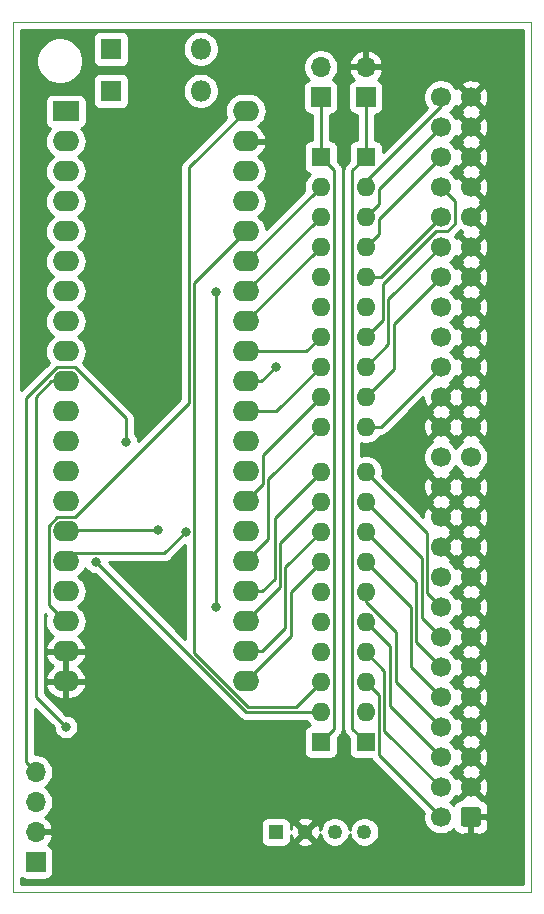
<source format=gbr>
%TF.GenerationSoftware,KiCad,Pcbnew,(5.1.6-0-10_14)*%
%TF.CreationDate,2021-03-30T09:56:54-05:00*%
%TF.ProjectId,bluepill_scsi,626c7565-7069-46c6-9c5f-736373692e6b,rev?*%
%TF.SameCoordinates,Original*%
%TF.FileFunction,Copper,L2,Bot*%
%TF.FilePolarity,Positive*%
%FSLAX46Y46*%
G04 Gerber Fmt 4.6, Leading zero omitted, Abs format (unit mm)*
G04 Created by KiCad (PCBNEW (5.1.6-0-10_14)) date 2021-03-30 09:56:54*
%MOMM*%
%LPD*%
G01*
G04 APERTURE LIST*
%TA.AperFunction,Profile*%
%ADD10C,0.050000*%
%TD*%
%TA.AperFunction,ComponentPad*%
%ADD11O,2.250000X1.727200*%
%TD*%
%TA.AperFunction,ComponentPad*%
%ADD12R,2.250000X1.727200*%
%TD*%
%TA.AperFunction,ComponentPad*%
%ADD13C,1.700000*%
%TD*%
%TA.AperFunction,ComponentPad*%
%ADD14R,1.700000X1.700000*%
%TD*%
%TA.AperFunction,ComponentPad*%
%ADD15O,1.700000X1.700000*%
%TD*%
%TA.AperFunction,ComponentPad*%
%ADD16R,1.600000X1.600000*%
%TD*%
%TA.AperFunction,ComponentPad*%
%ADD17O,1.600000X1.600000*%
%TD*%
%TA.AperFunction,ComponentPad*%
%ADD18R,1.250000X1.250000*%
%TD*%
%TA.AperFunction,ComponentPad*%
%ADD19C,1.250000*%
%TD*%
%TA.AperFunction,ComponentPad*%
%ADD20R,1.800000X1.800000*%
%TD*%
%TA.AperFunction,ComponentPad*%
%ADD21O,1.800000X1.800000*%
%TD*%
%TA.AperFunction,ViaPad*%
%ADD22C,0.800000*%
%TD*%
%TA.AperFunction,Conductor*%
%ADD23C,0.250000*%
%TD*%
%TA.AperFunction,Conductor*%
%ADD24C,0.254000*%
%TD*%
G04 APERTURE END LIST*
D10*
X71755000Y-149225000D02*
X71120000Y-149225000D01*
X71120000Y-147955000D02*
X71120000Y-149225000D01*
X114935000Y-149225000D02*
X71755000Y-149225000D01*
X114935000Y-147955000D02*
X114935000Y-149225000D01*
X114935000Y-75565000D02*
X71120000Y-75565000D01*
X114935000Y-147955000D02*
X114935000Y-75565000D01*
X71120000Y-147955000D02*
X71120000Y-75565000D01*
D11*
%TO.P,U1,40*%
%TO.N,+3V3*%
X90805000Y-83083400D03*
%TO.P,U1,39*%
%TO.N,GND*%
X90805000Y-85674200D03*
%TO.P,U1,38*%
%TO.N,VCC*%
X90805000Y-88214200D03*
%TO.P,U1,37*%
%TO.N,/SCSI_DAT1*%
X90805000Y-90754200D03*
%TO.P,U1,36*%
%TO.N,/SCSI_DAT0*%
X90805000Y-93294200D03*
%TO.P,U1,35*%
%TO.N,/SCSI_IO*%
X90805000Y-95834200D03*
%TO.P,U1,34*%
%TO.N,/SCSI_REQ*%
X90805000Y-98374200D03*
%TO.P,U1,33*%
%TO.N,/SCSI_CD*%
X90805000Y-100914200D03*
%TO.P,U1,32*%
%TO.N,/SCSI_SEL*%
X90805000Y-103454200D03*
%TO.P,U1,31*%
%TO.N,/SCSI_MSG*%
X90805000Y-105994200D03*
%TO.P,U1,30*%
%TO.N,/SCSI_RST*%
X90805000Y-108534200D03*
%TO.P,U1,29*%
%TO.N,Net-(U1-Pad29)*%
X90805000Y-111074200D03*
%TO.P,U1,28*%
%TO.N,Net-(U1-Pad28)*%
X90805000Y-113614200D03*
%TO.P,U1,27*%
%TO.N,/SCSI_ACK*%
X90805000Y-116154200D03*
%TO.P,U1,26*%
%TO.N,/SCSI_BSY*%
X90805000Y-118694200D03*
%TO.P,U1,25*%
%TO.N,/SCSI_ATN*%
X90805000Y-121234200D03*
%TO.P,U1,24*%
%TO.N,/SCSI_DAT7*%
X90805000Y-123774200D03*
%TO.P,U1,23*%
%TO.N,/SCSI_DAT6*%
X90805000Y-126314200D03*
%TO.P,U1,22*%
%TO.N,/SCSI_DAT5*%
X90805000Y-128854200D03*
%TO.P,U1,21*%
%TO.N,/SCSI_DAT4*%
X90805000Y-131394200D03*
%TO.P,U1,20*%
%TO.N,GND*%
X75565000Y-131394200D03*
%TO.P,U1,19*%
X75565000Y-128854200D03*
%TO.P,U1,18*%
%TO.N,+3V3*%
X75565000Y-126314200D03*
%TO.P,U1,17*%
%TO.N,Net-(U1-Pad17)*%
X75565000Y-123774200D03*
%TO.P,U1,16*%
%TO.N,/SCSI_DAT3*%
X75565000Y-121234200D03*
%TO.P,U1,15*%
%TO.N,/SCSI_DAT2*%
X75565000Y-118694200D03*
%TO.P,U1,14*%
%TO.N,Net-(U1-Pad14)*%
X75565000Y-116154200D03*
%TO.P,U1,13*%
%TO.N,/SCSI_DBP*%
X75565000Y-113614200D03*
%TO.P,U1,12*%
%TO.N,/SD_MOSI*%
X75565000Y-111074200D03*
%TO.P,U1,11*%
%TO.N,/SD_MISO*%
X75565000Y-108534200D03*
%TO.P,U1,10*%
%TO.N,/SD_CLK*%
X75565000Y-105994200D03*
%TO.P,U1,9*%
%TO.N,/SD_CS*%
X75565000Y-103454200D03*
%TO.P,U1,8*%
%TO.N,Net-(U1-Pad8)*%
X75565000Y-100914200D03*
%TO.P,U1,7*%
%TO.N,Net-(U1-Pad7)*%
X75565000Y-98374200D03*
%TO.P,U1,6*%
%TO.N,Net-(U1-Pad6)*%
X75565000Y-95834200D03*
%TO.P,U1,5*%
%TO.N,Net-(U1-Pad5)*%
X75565000Y-93294200D03*
%TO.P,U1,4*%
%TO.N,Net-(U1-Pad4)*%
X75565000Y-90754200D03*
%TO.P,U1,3*%
%TO.N,Net-(U1-Pad3)*%
X75565000Y-88214200D03*
%TO.P,U1,2*%
%TO.N,/LED*%
X75565000Y-85674200D03*
D12*
%TO.P,U1,1*%
%TO.N,Net-(U1-Pad1)*%
X75565000Y-83134200D03*
%TD*%
D13*
%TO.P,J2,50*%
%TO.N,/SCSI_IO*%
X107315000Y-81915000D03*
%TO.P,J2,48*%
%TO.N,/SCSI_REQ*%
X107315000Y-84455000D03*
%TO.P,J2,46*%
%TO.N,/SCSI_CD*%
X107315000Y-86995000D03*
%TO.P,J2,44*%
%TO.N,/SCSI_SEL*%
X107315000Y-89535000D03*
%TO.P,J2,42*%
%TO.N,/SCSI_MSG*%
X107315000Y-92075000D03*
%TO.P,J2,40*%
%TO.N,/SCSI_RST*%
X107315000Y-94615000D03*
%TO.P,J2,38*%
%TO.N,/SCSI_ACK*%
X107315000Y-97155000D03*
%TO.P,J2,36*%
%TO.N,/SCSI_BSY*%
X107315000Y-99695000D03*
%TO.P,J2,34*%
%TO.N,Net-(J2-Pad34)*%
X107315000Y-102235000D03*
%TO.P,J2,32*%
%TO.N,/SCSI_ATN*%
X107315000Y-104775000D03*
%TO.P,J2,30*%
%TO.N,GND*%
X107315000Y-107315000D03*
%TO.P,J2,28*%
X107315000Y-109855000D03*
%TO.P,J2,26*%
%TO.N,/TERM_PWR*%
X107315000Y-112395000D03*
%TO.P,J2,24*%
%TO.N,GND*%
X107315000Y-114935000D03*
%TO.P,J2,22*%
X107315000Y-117475000D03*
%TO.P,J2,20*%
X107315000Y-120015000D03*
%TO.P,J2,18*%
%TO.N,/SCSI_DBP*%
X107315000Y-122555000D03*
%TO.P,J2,16*%
%TO.N,/SCSI_DAT7*%
X107315000Y-125095000D03*
%TO.P,J2,14*%
%TO.N,/SCSI_DAT6*%
X107315000Y-127635000D03*
%TO.P,J2,12*%
%TO.N,/SCSI_DAT5*%
X107315000Y-130175000D03*
%TO.P,J2,10*%
%TO.N,/SCSI_DAT4*%
X107315000Y-132715000D03*
%TO.P,J2,8*%
%TO.N,/SCSI_DAT3*%
X107315000Y-135255000D03*
%TO.P,J2,6*%
%TO.N,/SCSI_DAT2*%
X107315000Y-137795000D03*
%TO.P,J2,4*%
%TO.N,/SCSI_DAT1*%
X107315000Y-140335000D03*
%TO.P,J2,2*%
%TO.N,/SCSI_DAT0*%
X107315000Y-142875000D03*
%TO.P,J2,49*%
%TO.N,GND*%
X109855000Y-81915000D03*
%TO.P,J2,47*%
X109855000Y-84455000D03*
%TO.P,J2,45*%
X109855000Y-86995000D03*
%TO.P,J2,43*%
X109855000Y-89535000D03*
%TO.P,J2,41*%
X109855000Y-92075000D03*
%TO.P,J2,39*%
X109855000Y-94615000D03*
%TO.P,J2,37*%
X109855000Y-97155000D03*
%TO.P,J2,35*%
X109855000Y-99695000D03*
%TO.P,J2,33*%
X109855000Y-102235000D03*
%TO.P,J2,31*%
X109855000Y-104775000D03*
%TO.P,J2,29*%
X109855000Y-107315000D03*
%TO.P,J2,27*%
X109855000Y-109855000D03*
%TO.P,J2,25*%
%TO.N,Net-(J2-Pad25)*%
X109855000Y-112395000D03*
%TO.P,J2,23*%
%TO.N,GND*%
X109855000Y-114935000D03*
%TO.P,J2,21*%
X109855000Y-117475000D03*
%TO.P,J2,19*%
X109855000Y-120015000D03*
%TO.P,J2,17*%
X109855000Y-122555000D03*
%TO.P,J2,15*%
X109855000Y-125095000D03*
%TO.P,J2,13*%
X109855000Y-127635000D03*
%TO.P,J2,11*%
X109855000Y-130175000D03*
%TO.P,J2,9*%
X109855000Y-132715000D03*
%TO.P,J2,7*%
X109855000Y-135255000D03*
%TO.P,J2,5*%
X109855000Y-137795000D03*
%TO.P,J2,3*%
X109855000Y-140335000D03*
%TO.P,J2,1*%
%TA.AperFunction,ComponentPad*%
G36*
G01*
X110705000Y-142275000D02*
X110705000Y-143475000D01*
G75*
G02*
X110455000Y-143725000I-250000J0D01*
G01*
X109255000Y-143725000D01*
G75*
G02*
X109005000Y-143475000I0J250000D01*
G01*
X109005000Y-142275000D01*
G75*
G02*
X109255000Y-142025000I250000J0D01*
G01*
X110455000Y-142025000D01*
G75*
G02*
X110705000Y-142275000I0J-250000D01*
G01*
G37*
%TD.AperFunction*%
%TD*%
D14*
%TO.P,JP1,1*%
%TO.N,Net-(JP1-Pad1)*%
X100965000Y-81915000D03*
D15*
%TO.P,JP1,2*%
%TO.N,GND*%
X100965000Y-79375000D03*
%TD*%
%TO.P,JP2,2*%
%TO.N,VCC*%
X97155000Y-79375000D03*
D14*
%TO.P,JP2,1*%
%TO.N,Net-(JP2-Pad1)*%
X97155000Y-81915000D03*
%TD*%
D16*
%TO.P,RN1,1*%
%TO.N,Net-(JP2-Pad1)*%
X97155000Y-86995000D03*
D17*
%TO.P,RN1,2*%
%TO.N,/SCSI_IO*%
X97155000Y-89535000D03*
%TO.P,RN1,3*%
%TO.N,/SCSI_REQ*%
X97155000Y-92075000D03*
%TO.P,RN1,4*%
%TO.N,/SCSI_CD*%
X97155000Y-94615000D03*
%TO.P,RN1,5*%
%TO.N,/SCSI_MSG*%
X97155000Y-97155000D03*
%TO.P,RN1,6*%
%TO.N,/SCSI_BSY*%
X97155000Y-99695000D03*
%TO.P,RN1,7*%
%TO.N,/SCSI_SEL*%
X97155000Y-102235000D03*
%TO.P,RN1,8*%
%TO.N,/SCSI_RST*%
X97155000Y-104775000D03*
%TO.P,RN1,9*%
%TO.N,/SCSI_ACK*%
X97155000Y-107315000D03*
%TO.P,RN1,10*%
%TO.N,/SCSI_ATN*%
X97155000Y-109855000D03*
%TD*%
D16*
%TO.P,RN2,1*%
%TO.N,Net-(JP1-Pad1)*%
X100965000Y-86995000D03*
D17*
%TO.P,RN2,2*%
%TO.N,/SCSI_IO*%
X100965000Y-89535000D03*
%TO.P,RN2,3*%
%TO.N,/SCSI_REQ*%
X100965000Y-92075000D03*
%TO.P,RN2,4*%
%TO.N,/SCSI_CD*%
X100965000Y-94615000D03*
%TO.P,RN2,5*%
%TO.N,/SCSI_MSG*%
X100965000Y-97155000D03*
%TO.P,RN2,6*%
%TO.N,/SCSI_BSY*%
X100965000Y-99695000D03*
%TO.P,RN2,7*%
%TO.N,/SCSI_SEL*%
X100965000Y-102235000D03*
%TO.P,RN2,8*%
%TO.N,/SCSI_RST*%
X100965000Y-104775000D03*
%TO.P,RN2,9*%
%TO.N,/SCSI_ACK*%
X100965000Y-107315000D03*
%TO.P,RN2,10*%
%TO.N,/SCSI_ATN*%
X100965000Y-109855000D03*
%TD*%
%TO.P,RN3,10*%
%TO.N,/SCSI_DAT7*%
X97155000Y-113665000D03*
%TO.P,RN3,9*%
%TO.N,/SCSI_DAT6*%
X97155000Y-116205000D03*
%TO.P,RN3,8*%
%TO.N,/SCSI_DAT5*%
X97155000Y-118745000D03*
%TO.P,RN3,7*%
%TO.N,/SCSI_DAT4*%
X97155000Y-121285000D03*
%TO.P,RN3,6*%
%TO.N,/SCSI_DAT3*%
X97155000Y-123825000D03*
%TO.P,RN3,5*%
%TO.N,/SCSI_DAT2*%
X97155000Y-126365000D03*
%TO.P,RN3,4*%
%TO.N,/SCSI_DAT1*%
X97155000Y-128905000D03*
%TO.P,RN3,3*%
%TO.N,/SCSI_DAT0*%
X97155000Y-131445000D03*
%TO.P,RN3,2*%
%TO.N,/SCSI_DBP*%
X97155000Y-133985000D03*
D16*
%TO.P,RN3,1*%
%TO.N,Net-(JP2-Pad1)*%
X97155000Y-136525000D03*
%TD*%
D17*
%TO.P,RN4,10*%
%TO.N,/SCSI_DAT7*%
X100965000Y-113665000D03*
%TO.P,RN4,9*%
%TO.N,/SCSI_DAT6*%
X100965000Y-116205000D03*
%TO.P,RN4,8*%
%TO.N,/SCSI_DAT5*%
X100965000Y-118745000D03*
%TO.P,RN4,7*%
%TO.N,/SCSI_DAT4*%
X100965000Y-121285000D03*
%TO.P,RN4,6*%
%TO.N,/SCSI_DAT3*%
X100965000Y-123825000D03*
%TO.P,RN4,5*%
%TO.N,/SCSI_DAT2*%
X100965000Y-126365000D03*
%TO.P,RN4,4*%
%TO.N,/SCSI_DAT1*%
X100965000Y-128905000D03*
%TO.P,RN4,3*%
%TO.N,/SCSI_DAT0*%
X100965000Y-131445000D03*
%TO.P,RN4,2*%
%TO.N,/SCSI_DBP*%
X100965000Y-133985000D03*
D16*
%TO.P,RN4,1*%
%TO.N,Net-(JP1-Pad1)*%
X100965000Y-136525000D03*
%TD*%
D14*
%TO.P,J3,1*%
%TO.N,+3V3*%
X73025000Y-146685000D03*
D15*
%TO.P,J3,2*%
%TO.N,GND*%
X73025000Y-144145000D03*
%TO.P,J3,3*%
%TO.N,/SCSI_BSY*%
X73025000Y-141605000D03*
%TO.P,J3,4*%
%TO.N,/SCSI_ACK*%
X73025000Y-139065000D03*
%TD*%
D18*
%TO.P,J4,1*%
%TO.N,+5V*%
X93345000Y-144145000D03*
D19*
%TO.P,J4,2*%
%TO.N,GND*%
X95845000Y-144145000D03*
%TO.P,J4,3*%
%TO.N,Net-(J4-Pad3)*%
X98345000Y-144145000D03*
%TO.P,J4,4*%
%TO.N,Net-(J4-Pad4)*%
X100845000Y-144145000D03*
%TD*%
D20*
%TO.P,D4,1*%
%TO.N,VCC*%
X79375000Y-77851000D03*
D21*
%TO.P,D4,2*%
%TO.N,+5V*%
X86995000Y-77851000D03*
%TD*%
%TO.P,D5,2*%
%TO.N,/TERM_PWR*%
X86995000Y-81407000D03*
D20*
%TO.P,D5,1*%
%TO.N,VCC*%
X79375000Y-81407000D03*
%TD*%
D22*
%TO.N,GND*%
X85265000Y-124035000D03*
X80115000Y-127955000D03*
X80645000Y-92075000D03*
X93345000Y-79375000D03*
%TO.N,/SD_CLK*%
X75565000Y-135255000D03*
%TO.N,/SCSI_ACK*%
X80645000Y-111125000D03*
%TO.N,/SCSI_MSG*%
X93345000Y-104775000D03*
%TO.N,/SCSI_DBP*%
X78105000Y-121285000D03*
%TO.N,/SCSI_DAT3*%
X85725000Y-118745000D03*
%TO.N,/SCSI_DAT2*%
X83380858Y-118549142D03*
%TO.N,/SCSI_DAT1*%
X88265000Y-125095000D03*
X88265000Y-98425000D03*
%TD*%
D23*
%TO.N,GND*%
X75565000Y-131394200D02*
X75565000Y-128854200D01*
X107315000Y-79375000D02*
X100965000Y-79375000D01*
X109855000Y-81915000D02*
X107315000Y-79375000D01*
%TO.N,/SD_CLK*%
X73025000Y-132715000D02*
X75565000Y-135255000D01*
X73025000Y-107315000D02*
X73025000Y-132715000D01*
X74345800Y-105994200D02*
X73025000Y-107315000D01*
X75565000Y-105994200D02*
X74345800Y-105994200D01*
%TO.N,+3V3*%
X75514200Y-126314200D02*
X75565000Y-126314200D01*
X74114990Y-118201862D02*
X74114990Y-124914990D01*
X74114990Y-124914990D02*
X75514200Y-126314200D01*
X74811262Y-117505590D02*
X74114990Y-118201862D01*
X76318738Y-117505590D02*
X74811262Y-117505590D01*
X85999991Y-107824337D02*
X76318738Y-117505590D01*
X85999991Y-87888409D02*
X85999991Y-107824337D01*
X90805000Y-83083400D02*
X85999991Y-87888409D01*
%TO.N,/SCSI_IO*%
X90855800Y-95834200D02*
X97155000Y-89535000D01*
X90805000Y-95834200D02*
X90855800Y-95834200D01*
X107315000Y-82715998D02*
X107315000Y-81915000D01*
X100965000Y-89065998D02*
X107315000Y-82715998D01*
X100965000Y-89535000D02*
X100965000Y-89065998D01*
%TO.N,/SCSI_REQ*%
X90855800Y-98374200D02*
X97155000Y-92075000D01*
X90805000Y-98374200D02*
X90855800Y-98374200D01*
X107315000Y-84850002D02*
X107315000Y-84455000D01*
X102090001Y-89679999D02*
X107315000Y-84455000D01*
X102090001Y-90949999D02*
X102090001Y-89679999D01*
X100965000Y-92075000D02*
X102090001Y-90949999D01*
%TO.N,/SCSI_CD*%
X90855800Y-100914200D02*
X97155000Y-94615000D01*
X90805000Y-100914200D02*
X90855800Y-100914200D01*
X102090001Y-92219999D02*
X107315000Y-86995000D01*
X102090001Y-93489999D02*
X102090001Y-92219999D01*
X100965000Y-94615000D02*
X102090001Y-93489999D01*
%TO.N,/SCSI_SEL*%
X95935800Y-103454200D02*
X97155000Y-102235000D01*
X90805000Y-103454200D02*
X95935800Y-103454200D01*
X108490001Y-92639001D02*
X108490001Y-90710001D01*
X108490001Y-90710001D02*
X107315000Y-89535000D01*
X107879001Y-93250001D02*
X108490001Y-92639001D01*
X106940997Y-93250001D02*
X107879001Y-93250001D01*
X102421401Y-97769597D02*
X106940997Y-93250001D01*
X102421401Y-100778599D02*
X102421401Y-97769597D01*
X100965000Y-102235000D02*
X102421401Y-100778599D01*
%TO.N,/SCSI_RST*%
X93395800Y-108534200D02*
X97155000Y-104775000D01*
X90805000Y-108534200D02*
X93395800Y-108534200D01*
X102871411Y-102868589D02*
X100965000Y-104775000D01*
X102871411Y-99058589D02*
X102871411Y-102868589D01*
X107315000Y-94615000D02*
X102871411Y-99058589D01*
%TO.N,/SCSI_ACK*%
X92255010Y-112214990D02*
X92255010Y-114704190D01*
X97155000Y-107315000D02*
X92255010Y-112214990D01*
X92255010Y-114704190D02*
X90805000Y-116154200D01*
X103321421Y-104958579D02*
X103321421Y-101148579D01*
X103321421Y-101148579D02*
X107315000Y-97155000D01*
X100965000Y-107315000D02*
X103321421Y-104958579D01*
X72175001Y-107441851D02*
X74811262Y-104805590D01*
X74811262Y-104805590D02*
X76318738Y-104805590D01*
X72175001Y-138215001D02*
X72175001Y-107441851D01*
X76318738Y-104805590D02*
X80645000Y-109131852D01*
X80645000Y-109131852D02*
X80645000Y-111125000D01*
X73025000Y-139065000D02*
X72175001Y-138215001D01*
%TO.N,/SCSI_ATN*%
X90805000Y-121234200D02*
X90805000Y-121285000D01*
X92705020Y-114304980D02*
X97155000Y-109855000D01*
X92705020Y-119334180D02*
X92705020Y-114304980D01*
X90805000Y-121234200D02*
X92705020Y-119334180D01*
X102235000Y-109855000D02*
X107315000Y-104775000D01*
X100965000Y-109855000D02*
X102235000Y-109855000D01*
%TO.N,/SCSI_MSG*%
X90805000Y-105994200D02*
X92125800Y-105994200D01*
X92125800Y-105994200D02*
X93345000Y-104775000D01*
X102235000Y-97155000D02*
X107315000Y-92075000D01*
X100965000Y-97155000D02*
X102235000Y-97155000D01*
%TO.N,/SCSI_DBP*%
X90805000Y-133985000D02*
X78105000Y-121285000D01*
X97155000Y-133985000D02*
X90805000Y-133985000D01*
%TO.N,/SCSI_DAT7*%
X93264971Y-122689229D02*
X93264971Y-117555029D01*
X92180000Y-123774200D02*
X93264971Y-122689229D01*
X93264971Y-117555029D02*
X97155000Y-113665000D01*
X90805000Y-123774200D02*
X92180000Y-123774200D01*
X106139999Y-118839999D02*
X100965000Y-113665000D01*
X106139999Y-123919999D02*
X106139999Y-118839999D01*
X107315000Y-125095000D02*
X106139999Y-123919999D01*
%TO.N,/SCSI_DAT6*%
X93714981Y-119645019D02*
X97155000Y-116205000D01*
X93714981Y-123404219D02*
X93714981Y-119645019D01*
X90805000Y-126314200D02*
X93714981Y-123404219D01*
X105689989Y-120929989D02*
X100965000Y-116205000D01*
X105689989Y-126009989D02*
X105689989Y-120929989D01*
X107315000Y-127635000D02*
X105689989Y-126009989D01*
%TO.N,/SCSI_DAT5*%
X94164990Y-126869210D02*
X94164990Y-121735010D01*
X94164990Y-121735010D02*
X97155000Y-118745000D01*
X92180000Y-128854200D02*
X94164990Y-126869210D01*
X90805000Y-128854200D02*
X92180000Y-128854200D01*
X105239979Y-123019979D02*
X100965000Y-118745000D01*
X105239979Y-128099979D02*
X105239979Y-123019979D01*
X107315000Y-130175000D02*
X105239979Y-128099979D01*
%TO.N,/SCSI_DAT4*%
X90805000Y-131394200D02*
X94615000Y-127584200D01*
X94615000Y-123825000D02*
X97155000Y-121285000D01*
X94615000Y-127584200D02*
X94615000Y-123825000D01*
X104789969Y-125109969D02*
X100965000Y-121285000D01*
X104789969Y-130189969D02*
X104789969Y-125109969D01*
X107315000Y-132715000D02*
X104789969Y-130189969D01*
%TO.N,/SCSI_DAT3*%
X75565000Y-121234200D02*
X76149200Y-121234200D01*
X103505000Y-131445000D02*
X103505000Y-127239998D01*
X100965000Y-124699998D02*
X100965000Y-123825000D01*
X103505000Y-127239998D02*
X100965000Y-124699998D01*
X107315000Y-135255000D02*
X103505000Y-131445000D01*
X76239201Y-120559999D02*
X75565000Y-121234200D01*
X83910001Y-120559999D02*
X76239201Y-120559999D01*
X85725000Y-118745000D02*
X83910001Y-120559999D01*
%TO.N,/SCSI_DAT2*%
X75565000Y-118694200D02*
X75565000Y-118745000D01*
X102990021Y-133470021D02*
X102990021Y-128390021D01*
X102990021Y-128390021D02*
X100965000Y-126365000D01*
X107315000Y-137795000D02*
X102990021Y-133470021D01*
X75710058Y-118549142D02*
X75565000Y-118694200D01*
X83380858Y-118549142D02*
X75710058Y-118549142D01*
%TO.N,/SCSI_DAT1*%
X102540011Y-130480011D02*
X100965000Y-128905000D01*
X102540011Y-135560011D02*
X102540011Y-130480011D01*
X107315000Y-140335000D02*
X102540011Y-135560011D01*
X88265000Y-125095000D02*
X88265000Y-98425000D01*
%TO.N,/SCSI_DAT0*%
X102090001Y-132570001D02*
X100965000Y-131445000D01*
X102090001Y-137650001D02*
X102090001Y-132570001D01*
X107315000Y-142875000D02*
X102090001Y-137650001D01*
X86450001Y-128993591D02*
X86450001Y-97649199D01*
X90991400Y-133534990D02*
X86450001Y-128993591D01*
X95065010Y-133534990D02*
X90991400Y-133534990D01*
X97155000Y-131445000D02*
X95065010Y-133534990D01*
X86450001Y-97649199D02*
X90805000Y-93294200D01*
%TO.N,Net-(JP1-Pad1)*%
X99839999Y-88120001D02*
X100965000Y-86995000D01*
X99839999Y-135399999D02*
X99839999Y-88120001D01*
X100965000Y-136525000D02*
X99839999Y-135399999D01*
X100965000Y-81915000D02*
X100965000Y-86995000D01*
%TO.N,Net-(JP2-Pad1)*%
X98280001Y-88120001D02*
X98280001Y-135399999D01*
X98280001Y-135399999D02*
X97155000Y-136525000D01*
X97155000Y-86995000D02*
X98280001Y-88120001D01*
X97155000Y-81915000D02*
X97155000Y-86995000D01*
%TD*%
D24*
%TO.N,GND*%
G36*
X114275000Y-147922581D02*
G01*
X114275000Y-148565000D01*
X71780000Y-148565000D01*
X71780000Y-148032295D01*
X71820506Y-148065537D01*
X71930820Y-148124502D01*
X72050518Y-148160812D01*
X72175000Y-148173072D01*
X73875000Y-148173072D01*
X73999482Y-148160812D01*
X74119180Y-148124502D01*
X74229494Y-148065537D01*
X74326185Y-147986185D01*
X74405537Y-147889494D01*
X74464502Y-147779180D01*
X74500812Y-147659482D01*
X74513072Y-147535000D01*
X74513072Y-145835000D01*
X74500812Y-145710518D01*
X74464502Y-145590820D01*
X74405537Y-145480506D01*
X74326185Y-145383815D01*
X74229494Y-145304463D01*
X74119180Y-145245498D01*
X74038534Y-145221034D01*
X74122588Y-145145269D01*
X74296641Y-144911920D01*
X74421825Y-144649099D01*
X74466476Y-144501890D01*
X74345155Y-144272000D01*
X73152000Y-144272000D01*
X73152000Y-144292000D01*
X72898000Y-144292000D01*
X72898000Y-144272000D01*
X72878000Y-144272000D01*
X72878000Y-144018000D01*
X72898000Y-144018000D01*
X72898000Y-143998000D01*
X73152000Y-143998000D01*
X73152000Y-144018000D01*
X74345155Y-144018000D01*
X74466476Y-143788110D01*
X74421825Y-143640901D01*
X74364239Y-143520000D01*
X92081928Y-143520000D01*
X92081928Y-144770000D01*
X92094188Y-144894482D01*
X92130498Y-145014180D01*
X92189463Y-145124494D01*
X92268815Y-145221185D01*
X92365506Y-145300537D01*
X92475820Y-145359502D01*
X92595518Y-145395812D01*
X92720000Y-145408072D01*
X93970000Y-145408072D01*
X94094482Y-145395812D01*
X94214180Y-145359502D01*
X94324494Y-145300537D01*
X94421185Y-145221185D01*
X94500537Y-145124494D01*
X94559502Y-145014180D01*
X94559966Y-145012648D01*
X95156957Y-145012648D01*
X95207306Y-145238777D01*
X95432944Y-145342168D01*
X95674418Y-145399553D01*
X95922447Y-145408726D01*
X96167499Y-145369335D01*
X96400158Y-145282893D01*
X96482694Y-145238777D01*
X96533043Y-145012648D01*
X95845000Y-144324605D01*
X95156957Y-145012648D01*
X94559966Y-145012648D01*
X94595812Y-144894482D01*
X94608072Y-144770000D01*
X94608072Y-144389158D01*
X94620665Y-144467499D01*
X94707107Y-144700158D01*
X94751223Y-144782694D01*
X94977352Y-144833043D01*
X95665395Y-144145000D01*
X96024605Y-144145000D01*
X96712648Y-144833043D01*
X96938777Y-144782694D01*
X97042168Y-144557056D01*
X97096664Y-144327739D01*
X97133421Y-144512529D01*
X97228402Y-144741834D01*
X97366294Y-144948203D01*
X97541797Y-145123706D01*
X97748166Y-145261598D01*
X97977471Y-145356579D01*
X98220901Y-145405000D01*
X98469099Y-145405000D01*
X98712529Y-145356579D01*
X98941834Y-145261598D01*
X99148203Y-145123706D01*
X99323706Y-144948203D01*
X99461598Y-144741834D01*
X99556579Y-144512529D01*
X99595000Y-144319373D01*
X99633421Y-144512529D01*
X99728402Y-144741834D01*
X99866294Y-144948203D01*
X100041797Y-145123706D01*
X100248166Y-145261598D01*
X100477471Y-145356579D01*
X100720901Y-145405000D01*
X100969099Y-145405000D01*
X101212529Y-145356579D01*
X101441834Y-145261598D01*
X101648203Y-145123706D01*
X101823706Y-144948203D01*
X101961598Y-144741834D01*
X102056579Y-144512529D01*
X102105000Y-144269099D01*
X102105000Y-144020901D01*
X102056579Y-143777471D01*
X101961598Y-143548166D01*
X101823706Y-143341797D01*
X101648203Y-143166294D01*
X101441834Y-143028402D01*
X101212529Y-142933421D01*
X100969099Y-142885000D01*
X100720901Y-142885000D01*
X100477471Y-142933421D01*
X100248166Y-143028402D01*
X100041797Y-143166294D01*
X99866294Y-143341797D01*
X99728402Y-143548166D01*
X99633421Y-143777471D01*
X99595000Y-143970627D01*
X99556579Y-143777471D01*
X99461598Y-143548166D01*
X99323706Y-143341797D01*
X99148203Y-143166294D01*
X98941834Y-143028402D01*
X98712529Y-142933421D01*
X98469099Y-142885000D01*
X98220901Y-142885000D01*
X97977471Y-142933421D01*
X97748166Y-143028402D01*
X97541797Y-143166294D01*
X97366294Y-143341797D01*
X97228402Y-143548166D01*
X97133421Y-143777471D01*
X97093974Y-143975783D01*
X97069335Y-143822501D01*
X96982893Y-143589842D01*
X96938777Y-143507306D01*
X96712648Y-143456957D01*
X96024605Y-144145000D01*
X95665395Y-144145000D01*
X94977352Y-143456957D01*
X94751223Y-143507306D01*
X94647832Y-143732944D01*
X94608072Y-143900253D01*
X94608072Y-143520000D01*
X94595812Y-143395518D01*
X94559967Y-143277352D01*
X95156957Y-143277352D01*
X95845000Y-143965395D01*
X96533043Y-143277352D01*
X96482694Y-143051223D01*
X96257056Y-142947832D01*
X96015582Y-142890447D01*
X95767553Y-142881274D01*
X95522501Y-142920665D01*
X95289842Y-143007107D01*
X95207306Y-143051223D01*
X95156957Y-143277352D01*
X94559967Y-143277352D01*
X94559502Y-143275820D01*
X94500537Y-143165506D01*
X94421185Y-143068815D01*
X94324494Y-142989463D01*
X94214180Y-142930498D01*
X94094482Y-142894188D01*
X93970000Y-142881928D01*
X92720000Y-142881928D01*
X92595518Y-142894188D01*
X92475820Y-142930498D01*
X92365506Y-142989463D01*
X92268815Y-143068815D01*
X92189463Y-143165506D01*
X92130498Y-143275820D01*
X92094188Y-143395518D01*
X92081928Y-143520000D01*
X74364239Y-143520000D01*
X74296641Y-143378080D01*
X74122588Y-143144731D01*
X73906355Y-142949822D01*
X73789466Y-142880195D01*
X73971632Y-142758475D01*
X74178475Y-142551632D01*
X74340990Y-142308411D01*
X74452932Y-142038158D01*
X74510000Y-141751260D01*
X74510000Y-141458740D01*
X74452932Y-141171842D01*
X74340990Y-140901589D01*
X74178475Y-140658368D01*
X73971632Y-140451525D01*
X73797240Y-140335000D01*
X73971632Y-140218475D01*
X74178475Y-140011632D01*
X74340990Y-139768411D01*
X74452932Y-139498158D01*
X74510000Y-139211260D01*
X74510000Y-138918740D01*
X74452932Y-138631842D01*
X74340990Y-138361589D01*
X74178475Y-138118368D01*
X73971632Y-137911525D01*
X73728411Y-137749010D01*
X73458158Y-137637068D01*
X73171260Y-137580000D01*
X72935001Y-137580000D01*
X72935001Y-133699802D01*
X74530000Y-135294803D01*
X74530000Y-135356939D01*
X74569774Y-135556898D01*
X74647795Y-135745256D01*
X74761063Y-135914774D01*
X74905226Y-136058937D01*
X75074744Y-136172205D01*
X75263102Y-136250226D01*
X75463061Y-136290000D01*
X75666939Y-136290000D01*
X75866898Y-136250226D01*
X76055256Y-136172205D01*
X76224774Y-136058937D01*
X76368937Y-135914774D01*
X76482205Y-135745256D01*
X76560226Y-135556898D01*
X76600000Y-135356939D01*
X76600000Y-135153061D01*
X76560226Y-134953102D01*
X76482205Y-134764744D01*
X76368937Y-134595226D01*
X76224774Y-134451063D01*
X76055256Y-134337795D01*
X75866898Y-134259774D01*
X75666939Y-134220000D01*
X75604803Y-134220000D01*
X73785000Y-132400199D01*
X73785000Y-131753226D01*
X73848642Y-131753226D01*
X73870473Y-131850357D01*
X73987002Y-132121181D01*
X74154127Y-132364068D01*
X74365426Y-132569683D01*
X74612778Y-132730125D01*
X74886678Y-132839228D01*
X75176600Y-132892800D01*
X75438000Y-132892800D01*
X75438000Y-131521200D01*
X75692000Y-131521200D01*
X75692000Y-132892800D01*
X75953400Y-132892800D01*
X76243322Y-132839228D01*
X76517222Y-132730125D01*
X76764574Y-132569683D01*
X76975873Y-132364068D01*
X77142998Y-132121181D01*
X77259527Y-131850357D01*
X77281358Y-131753226D01*
X77160217Y-131521200D01*
X75692000Y-131521200D01*
X75438000Y-131521200D01*
X73969783Y-131521200D01*
X73848642Y-131753226D01*
X73785000Y-131753226D01*
X73785000Y-129213226D01*
X73848642Y-129213226D01*
X73870473Y-129310357D01*
X73987002Y-129581181D01*
X74154127Y-129824068D01*
X74365426Y-130029683D01*
X74511142Y-130124200D01*
X74365426Y-130218717D01*
X74154127Y-130424332D01*
X73987002Y-130667219D01*
X73870473Y-130938043D01*
X73848642Y-131035174D01*
X73969783Y-131267200D01*
X75438000Y-131267200D01*
X75438000Y-128981200D01*
X75692000Y-128981200D01*
X75692000Y-131267200D01*
X77160217Y-131267200D01*
X77281358Y-131035174D01*
X77259527Y-130938043D01*
X77142998Y-130667219D01*
X76975873Y-130424332D01*
X76764574Y-130218717D01*
X76618858Y-130124200D01*
X76764574Y-130029683D01*
X76975873Y-129824068D01*
X77142998Y-129581181D01*
X77259527Y-129310357D01*
X77281358Y-129213226D01*
X77160217Y-128981200D01*
X75692000Y-128981200D01*
X75438000Y-128981200D01*
X73969783Y-128981200D01*
X73848642Y-129213226D01*
X73785000Y-129213226D01*
X73785000Y-125659801D01*
X73900915Y-125775716D01*
X73826684Y-126020423D01*
X73797749Y-126314200D01*
X73826684Y-126607977D01*
X73912375Y-126890464D01*
X74051531Y-127150806D01*
X74238803Y-127378997D01*
X74466994Y-127566269D01*
X74506353Y-127587307D01*
X74365426Y-127678717D01*
X74154127Y-127884332D01*
X73987002Y-128127219D01*
X73870473Y-128398043D01*
X73848642Y-128495174D01*
X73969783Y-128727200D01*
X75438000Y-128727200D01*
X75438000Y-128707200D01*
X75692000Y-128707200D01*
X75692000Y-128727200D01*
X77160217Y-128727200D01*
X77281358Y-128495174D01*
X77259527Y-128398043D01*
X77142998Y-128127219D01*
X76975873Y-127884332D01*
X76764574Y-127678717D01*
X76623647Y-127587307D01*
X76663006Y-127566269D01*
X76891197Y-127378997D01*
X77078469Y-127150806D01*
X77217625Y-126890464D01*
X77303316Y-126607977D01*
X77332251Y-126314200D01*
X77303316Y-126020423D01*
X77217625Y-125737936D01*
X77078469Y-125477594D01*
X76891197Y-125249403D01*
X76663006Y-125062131D01*
X76629460Y-125044200D01*
X76663006Y-125026269D01*
X76891197Y-124838997D01*
X77078469Y-124610806D01*
X77217625Y-124350464D01*
X77303316Y-124067977D01*
X77332251Y-123774200D01*
X77303316Y-123480423D01*
X77217625Y-123197936D01*
X77078469Y-122937594D01*
X76891197Y-122709403D01*
X76663006Y-122522131D01*
X76629460Y-122504200D01*
X76663006Y-122486269D01*
X76891197Y-122298997D01*
X77078469Y-122070806D01*
X77214823Y-121815706D01*
X77301063Y-121944774D01*
X77445226Y-122088937D01*
X77614744Y-122202205D01*
X77803102Y-122280226D01*
X78003061Y-122320000D01*
X78065199Y-122320000D01*
X90241201Y-134496003D01*
X90264999Y-134525001D01*
X90380724Y-134619974D01*
X90512753Y-134690546D01*
X90656014Y-134734003D01*
X90767667Y-134745000D01*
X90767676Y-134745000D01*
X90804999Y-134748676D01*
X90842322Y-134745000D01*
X95936957Y-134745000D01*
X96040363Y-134899759D01*
X96238961Y-135098357D01*
X96230518Y-135099188D01*
X96110820Y-135135498D01*
X96000506Y-135194463D01*
X95903815Y-135273815D01*
X95824463Y-135370506D01*
X95765498Y-135480820D01*
X95729188Y-135600518D01*
X95716928Y-135725000D01*
X95716928Y-137325000D01*
X95729188Y-137449482D01*
X95765498Y-137569180D01*
X95824463Y-137679494D01*
X95903815Y-137776185D01*
X96000506Y-137855537D01*
X96110820Y-137914502D01*
X96230518Y-137950812D01*
X96355000Y-137963072D01*
X97955000Y-137963072D01*
X98079482Y-137950812D01*
X98199180Y-137914502D01*
X98309494Y-137855537D01*
X98406185Y-137776185D01*
X98485537Y-137679494D01*
X98544502Y-137569180D01*
X98580812Y-137449482D01*
X98593072Y-137325000D01*
X98593072Y-136161730D01*
X98791004Y-135963798D01*
X98820002Y-135940000D01*
X98914975Y-135824275D01*
X98985547Y-135692246D01*
X99029004Y-135548985D01*
X99040001Y-135437332D01*
X99040001Y-135437324D01*
X99043677Y-135399999D01*
X99040001Y-135362674D01*
X99040001Y-88157326D01*
X99043677Y-88120001D01*
X99076323Y-88120001D01*
X99080000Y-88157334D01*
X99079999Y-135362677D01*
X99076323Y-135399999D01*
X99079999Y-135437321D01*
X99079999Y-135437331D01*
X99090996Y-135548984D01*
X99130519Y-135679275D01*
X99134453Y-135692245D01*
X99205025Y-135824275D01*
X99244870Y-135872825D01*
X99299998Y-135940000D01*
X99329001Y-135963803D01*
X99526928Y-136161729D01*
X99526928Y-137325000D01*
X99539188Y-137449482D01*
X99575498Y-137569180D01*
X99634463Y-137679494D01*
X99713815Y-137776185D01*
X99810506Y-137855537D01*
X99920820Y-137914502D01*
X100040518Y-137950812D01*
X100165000Y-137963072D01*
X101395586Y-137963072D01*
X101455027Y-138074277D01*
X101465671Y-138087246D01*
X101550000Y-138190002D01*
X101579004Y-138213805D01*
X105873790Y-142508593D01*
X105830000Y-142728740D01*
X105830000Y-143021260D01*
X105887068Y-143308158D01*
X105999010Y-143578411D01*
X106161525Y-143821632D01*
X106368368Y-144028475D01*
X106611589Y-144190990D01*
X106881842Y-144302932D01*
X107168740Y-144360000D01*
X107461260Y-144360000D01*
X107748158Y-144302932D01*
X108018411Y-144190990D01*
X108261632Y-144028475D01*
X108393487Y-143896620D01*
X108415498Y-143969180D01*
X108474463Y-144079494D01*
X108553815Y-144176185D01*
X108650506Y-144255537D01*
X108760820Y-144314502D01*
X108880518Y-144350812D01*
X109005000Y-144363072D01*
X109569250Y-144360000D01*
X109728000Y-144201250D01*
X109728000Y-143002000D01*
X109982000Y-143002000D01*
X109982000Y-144201250D01*
X110140750Y-144360000D01*
X110705000Y-144363072D01*
X110829482Y-144350812D01*
X110949180Y-144314502D01*
X111059494Y-144255537D01*
X111156185Y-144176185D01*
X111235537Y-144079494D01*
X111294502Y-143969180D01*
X111330812Y-143849482D01*
X111343072Y-143725000D01*
X111340000Y-143160750D01*
X111181250Y-143002000D01*
X109982000Y-143002000D01*
X109728000Y-143002000D01*
X109708000Y-143002000D01*
X109708000Y-142748000D01*
X109728000Y-142748000D01*
X109728000Y-142728000D01*
X109982000Y-142728000D01*
X109982000Y-142748000D01*
X111181250Y-142748000D01*
X111340000Y-142589250D01*
X111343072Y-142025000D01*
X111330812Y-141900518D01*
X111294502Y-141780820D01*
X111235537Y-141670506D01*
X111156185Y-141573815D01*
X111059494Y-141494463D01*
X110949180Y-141435498D01*
X110829482Y-141399188D01*
X110705000Y-141386928D01*
X110696443Y-141386975D01*
X110703792Y-141363397D01*
X109855000Y-140514605D01*
X109006208Y-141363397D01*
X109013557Y-141386975D01*
X109005000Y-141386928D01*
X108880518Y-141399188D01*
X108760820Y-141435498D01*
X108650506Y-141494463D01*
X108553815Y-141573815D01*
X108474463Y-141670506D01*
X108415498Y-141780820D01*
X108393487Y-141853380D01*
X108261632Y-141721525D01*
X108087240Y-141605000D01*
X108261632Y-141488475D01*
X108468475Y-141281632D01*
X108584311Y-141108271D01*
X108826603Y-141183792D01*
X109675395Y-140335000D01*
X110034605Y-140335000D01*
X110883397Y-141183792D01*
X111132472Y-141106157D01*
X111258371Y-140842117D01*
X111330339Y-140558589D01*
X111345611Y-140266469D01*
X111303599Y-139976981D01*
X111205919Y-139701253D01*
X111132472Y-139563843D01*
X110883397Y-139486208D01*
X110034605Y-140335000D01*
X109675395Y-140335000D01*
X108826603Y-139486208D01*
X108584311Y-139561729D01*
X108468475Y-139388368D01*
X108261632Y-139181525D01*
X108087240Y-139065000D01*
X108261632Y-138948475D01*
X108386710Y-138823397D01*
X109006208Y-138823397D01*
X109081514Y-139064999D01*
X109006208Y-139306603D01*
X109855000Y-140155395D01*
X110703792Y-139306603D01*
X110628486Y-139064999D01*
X110703792Y-138823397D01*
X109855000Y-137974605D01*
X109006208Y-138823397D01*
X108386710Y-138823397D01*
X108468475Y-138741632D01*
X108584311Y-138568271D01*
X108826603Y-138643792D01*
X109675395Y-137795000D01*
X110034605Y-137795000D01*
X110883397Y-138643792D01*
X111132472Y-138566157D01*
X111258371Y-138302117D01*
X111330339Y-138018589D01*
X111345611Y-137726469D01*
X111303599Y-137436981D01*
X111205919Y-137161253D01*
X111132472Y-137023843D01*
X110883397Y-136946208D01*
X110034605Y-137795000D01*
X109675395Y-137795000D01*
X108826603Y-136946208D01*
X108584311Y-137021729D01*
X108468475Y-136848368D01*
X108261632Y-136641525D01*
X108087240Y-136525000D01*
X108261632Y-136408475D01*
X108386710Y-136283397D01*
X109006208Y-136283397D01*
X109081514Y-136525000D01*
X109006208Y-136766603D01*
X109855000Y-137615395D01*
X110703792Y-136766603D01*
X110628486Y-136525000D01*
X110703792Y-136283397D01*
X109855000Y-135434605D01*
X109006208Y-136283397D01*
X108386710Y-136283397D01*
X108468475Y-136201632D01*
X108584311Y-136028271D01*
X108826603Y-136103792D01*
X109675395Y-135255000D01*
X110034605Y-135255000D01*
X110883397Y-136103792D01*
X111132472Y-136026157D01*
X111258371Y-135762117D01*
X111330339Y-135478589D01*
X111345611Y-135186469D01*
X111303599Y-134896981D01*
X111205919Y-134621253D01*
X111132472Y-134483843D01*
X110883397Y-134406208D01*
X110034605Y-135255000D01*
X109675395Y-135255000D01*
X108826603Y-134406208D01*
X108584311Y-134481729D01*
X108468475Y-134308368D01*
X108261632Y-134101525D01*
X108087240Y-133985000D01*
X108261632Y-133868475D01*
X108386710Y-133743397D01*
X109006208Y-133743397D01*
X109081514Y-133984999D01*
X109006208Y-134226603D01*
X109855000Y-135075395D01*
X110703792Y-134226603D01*
X110628486Y-133984999D01*
X110703792Y-133743397D01*
X109855000Y-132894605D01*
X109006208Y-133743397D01*
X108386710Y-133743397D01*
X108468475Y-133661632D01*
X108584311Y-133488271D01*
X108826603Y-133563792D01*
X109675395Y-132715000D01*
X110034605Y-132715000D01*
X110883397Y-133563792D01*
X111132472Y-133486157D01*
X111258371Y-133222117D01*
X111330339Y-132938589D01*
X111345611Y-132646469D01*
X111303599Y-132356981D01*
X111205919Y-132081253D01*
X111132472Y-131943843D01*
X110883397Y-131866208D01*
X110034605Y-132715000D01*
X109675395Y-132715000D01*
X108826603Y-131866208D01*
X108584311Y-131941729D01*
X108468475Y-131768368D01*
X108261632Y-131561525D01*
X108087240Y-131445000D01*
X108261632Y-131328475D01*
X108386710Y-131203397D01*
X109006208Y-131203397D01*
X109081514Y-131445000D01*
X109006208Y-131686603D01*
X109855000Y-132535395D01*
X110703792Y-131686603D01*
X110628486Y-131445000D01*
X110703792Y-131203397D01*
X109855000Y-130354605D01*
X109006208Y-131203397D01*
X108386710Y-131203397D01*
X108468475Y-131121632D01*
X108584311Y-130948271D01*
X108826603Y-131023792D01*
X109675395Y-130175000D01*
X110034605Y-130175000D01*
X110883397Y-131023792D01*
X111132472Y-130946157D01*
X111258371Y-130682117D01*
X111330339Y-130398589D01*
X111345611Y-130106469D01*
X111303599Y-129816981D01*
X111205919Y-129541253D01*
X111132472Y-129403843D01*
X110883397Y-129326208D01*
X110034605Y-130175000D01*
X109675395Y-130175000D01*
X108826603Y-129326208D01*
X108584311Y-129401729D01*
X108468475Y-129228368D01*
X108261632Y-129021525D01*
X108087240Y-128905000D01*
X108261632Y-128788475D01*
X108386710Y-128663397D01*
X109006208Y-128663397D01*
X109081514Y-128905000D01*
X109006208Y-129146603D01*
X109855000Y-129995395D01*
X110703792Y-129146603D01*
X110628486Y-128905000D01*
X110703792Y-128663397D01*
X109855000Y-127814605D01*
X109006208Y-128663397D01*
X108386710Y-128663397D01*
X108468475Y-128581632D01*
X108584311Y-128408271D01*
X108826603Y-128483792D01*
X109675395Y-127635000D01*
X110034605Y-127635000D01*
X110883397Y-128483792D01*
X111132472Y-128406157D01*
X111258371Y-128142117D01*
X111330339Y-127858589D01*
X111345611Y-127566469D01*
X111303599Y-127276981D01*
X111205919Y-127001253D01*
X111132472Y-126863843D01*
X110883397Y-126786208D01*
X110034605Y-127635000D01*
X109675395Y-127635000D01*
X108826603Y-126786208D01*
X108584311Y-126861729D01*
X108468475Y-126688368D01*
X108261632Y-126481525D01*
X108087240Y-126365000D01*
X108261632Y-126248475D01*
X108386710Y-126123397D01*
X109006208Y-126123397D01*
X109081514Y-126365000D01*
X109006208Y-126606603D01*
X109855000Y-127455395D01*
X110703792Y-126606603D01*
X110628486Y-126365000D01*
X110703792Y-126123397D01*
X109855000Y-125274605D01*
X109006208Y-126123397D01*
X108386710Y-126123397D01*
X108468475Y-126041632D01*
X108584311Y-125868271D01*
X108826603Y-125943792D01*
X109675395Y-125095000D01*
X110034605Y-125095000D01*
X110883397Y-125943792D01*
X111132472Y-125866157D01*
X111258371Y-125602117D01*
X111330339Y-125318589D01*
X111345611Y-125026469D01*
X111303599Y-124736981D01*
X111205919Y-124461253D01*
X111132472Y-124323843D01*
X110883397Y-124246208D01*
X110034605Y-125095000D01*
X109675395Y-125095000D01*
X108826603Y-124246208D01*
X108584311Y-124321729D01*
X108468475Y-124148368D01*
X108261632Y-123941525D01*
X108087240Y-123825000D01*
X108261632Y-123708475D01*
X108386710Y-123583397D01*
X109006208Y-123583397D01*
X109081514Y-123825000D01*
X109006208Y-124066603D01*
X109855000Y-124915395D01*
X110703792Y-124066603D01*
X110628486Y-123825000D01*
X110703792Y-123583397D01*
X109855000Y-122734605D01*
X109006208Y-123583397D01*
X108386710Y-123583397D01*
X108468475Y-123501632D01*
X108584311Y-123328271D01*
X108826603Y-123403792D01*
X109675395Y-122555000D01*
X110034605Y-122555000D01*
X110883397Y-123403792D01*
X111132472Y-123326157D01*
X111258371Y-123062117D01*
X111330339Y-122778589D01*
X111345611Y-122486469D01*
X111303599Y-122196981D01*
X111205919Y-121921253D01*
X111132472Y-121783843D01*
X110883397Y-121706208D01*
X110034605Y-122555000D01*
X109675395Y-122555000D01*
X108826603Y-121706208D01*
X108584311Y-121781729D01*
X108468475Y-121608368D01*
X108261632Y-121401525D01*
X108088271Y-121285689D01*
X108163792Y-121043397D01*
X109006208Y-121043397D01*
X109081514Y-121285000D01*
X109006208Y-121526603D01*
X109855000Y-122375395D01*
X110703792Y-121526603D01*
X110628486Y-121285000D01*
X110703792Y-121043397D01*
X109855000Y-120194605D01*
X109006208Y-121043397D01*
X108163792Y-121043397D01*
X107315000Y-120194605D01*
X107300858Y-120208748D01*
X107121253Y-120029143D01*
X107135395Y-120015000D01*
X107494605Y-120015000D01*
X108343397Y-120863792D01*
X108585000Y-120788486D01*
X108826603Y-120863792D01*
X109675395Y-120015000D01*
X110034605Y-120015000D01*
X110883397Y-120863792D01*
X111132472Y-120786157D01*
X111258371Y-120522117D01*
X111330339Y-120238589D01*
X111345611Y-119946469D01*
X111303599Y-119656981D01*
X111205919Y-119381253D01*
X111132472Y-119243843D01*
X110883397Y-119166208D01*
X110034605Y-120015000D01*
X109675395Y-120015000D01*
X108826603Y-119166208D01*
X108585000Y-119241514D01*
X108343397Y-119166208D01*
X107494605Y-120015000D01*
X107135395Y-120015000D01*
X107121253Y-120000858D01*
X107300858Y-119821253D01*
X107315000Y-119835395D01*
X108163792Y-118986603D01*
X108088486Y-118745000D01*
X108163792Y-118503397D01*
X109006208Y-118503397D01*
X109081514Y-118745000D01*
X109006208Y-118986603D01*
X109855000Y-119835395D01*
X110703792Y-118986603D01*
X110628486Y-118745000D01*
X110703792Y-118503397D01*
X109855000Y-117654605D01*
X109006208Y-118503397D01*
X108163792Y-118503397D01*
X107315000Y-117654605D01*
X107300858Y-117668748D01*
X107121253Y-117489143D01*
X107135395Y-117475000D01*
X107494605Y-117475000D01*
X108343397Y-118323792D01*
X108585000Y-118248486D01*
X108826603Y-118323792D01*
X109675395Y-117475000D01*
X110034605Y-117475000D01*
X110883397Y-118323792D01*
X111132472Y-118246157D01*
X111258371Y-117982117D01*
X111330339Y-117698589D01*
X111345611Y-117406469D01*
X111303599Y-117116981D01*
X111205919Y-116841253D01*
X111132472Y-116703843D01*
X110883397Y-116626208D01*
X110034605Y-117475000D01*
X109675395Y-117475000D01*
X108826603Y-116626208D01*
X108585000Y-116701514D01*
X108343397Y-116626208D01*
X107494605Y-117475000D01*
X107135395Y-117475000D01*
X106286603Y-116626208D01*
X106037528Y-116703843D01*
X105911629Y-116967883D01*
X105839661Y-117251411D01*
X105829056Y-117454255D01*
X104338198Y-115963397D01*
X106466208Y-115963397D01*
X106541514Y-116205000D01*
X106466208Y-116446603D01*
X107315000Y-117295395D01*
X108163792Y-116446603D01*
X108088486Y-116205000D01*
X108163792Y-115963397D01*
X109006208Y-115963397D01*
X109081514Y-116205000D01*
X109006208Y-116446603D01*
X109855000Y-117295395D01*
X110703792Y-116446603D01*
X110628486Y-116205000D01*
X110703792Y-115963397D01*
X109855000Y-115114605D01*
X109006208Y-115963397D01*
X108163792Y-115963397D01*
X107315000Y-115114605D01*
X106466208Y-115963397D01*
X104338198Y-115963397D01*
X103378332Y-115003531D01*
X105824389Y-115003531D01*
X105866401Y-115293019D01*
X105964081Y-115568747D01*
X106037528Y-115706157D01*
X106286603Y-115783792D01*
X107135395Y-114935000D01*
X107494605Y-114935000D01*
X108343397Y-115783792D01*
X108585000Y-115708486D01*
X108826603Y-115783792D01*
X109675395Y-114935000D01*
X110034605Y-114935000D01*
X110883397Y-115783792D01*
X111132472Y-115706157D01*
X111258371Y-115442117D01*
X111330339Y-115158589D01*
X111345611Y-114866469D01*
X111303599Y-114576981D01*
X111205919Y-114301253D01*
X111132472Y-114163843D01*
X110883397Y-114086208D01*
X110034605Y-114935000D01*
X109675395Y-114935000D01*
X108826603Y-114086208D01*
X108585000Y-114161514D01*
X108343397Y-114086208D01*
X107494605Y-114935000D01*
X107135395Y-114935000D01*
X106286603Y-114086208D01*
X106037528Y-114163843D01*
X105911629Y-114427883D01*
X105839661Y-114711411D01*
X105824389Y-115003531D01*
X103378332Y-115003531D01*
X102363688Y-113988887D01*
X102400000Y-113806335D01*
X102400000Y-113523665D01*
X102344853Y-113246426D01*
X102236680Y-112985273D01*
X102079637Y-112750241D01*
X101879759Y-112550363D01*
X101644727Y-112393320D01*
X101383574Y-112285147D01*
X101200547Y-112248740D01*
X105830000Y-112248740D01*
X105830000Y-112541260D01*
X105887068Y-112828158D01*
X105999010Y-113098411D01*
X106161525Y-113341632D01*
X106368368Y-113548475D01*
X106541729Y-113664311D01*
X106466208Y-113906603D01*
X107315000Y-114755395D01*
X108163792Y-113906603D01*
X108088271Y-113664311D01*
X108261632Y-113548475D01*
X108468475Y-113341632D01*
X108585000Y-113167240D01*
X108701525Y-113341632D01*
X108908368Y-113548475D01*
X109081729Y-113664311D01*
X109006208Y-113906603D01*
X109855000Y-114755395D01*
X110703792Y-113906603D01*
X110628271Y-113664311D01*
X110801632Y-113548475D01*
X111008475Y-113341632D01*
X111170990Y-113098411D01*
X111282932Y-112828158D01*
X111340000Y-112541260D01*
X111340000Y-112248740D01*
X111282932Y-111961842D01*
X111170990Y-111691589D01*
X111008475Y-111448368D01*
X110801632Y-111241525D01*
X110628271Y-111125689D01*
X110703792Y-110883397D01*
X109855000Y-110034605D01*
X109006208Y-110883397D01*
X109081729Y-111125689D01*
X108908368Y-111241525D01*
X108701525Y-111448368D01*
X108585000Y-111622760D01*
X108468475Y-111448368D01*
X108261632Y-111241525D01*
X108088271Y-111125689D01*
X108163792Y-110883397D01*
X107315000Y-110034605D01*
X106466208Y-110883397D01*
X106541729Y-111125689D01*
X106368368Y-111241525D01*
X106161525Y-111448368D01*
X105999010Y-111691589D01*
X105887068Y-111961842D01*
X105830000Y-112248740D01*
X101200547Y-112248740D01*
X101106335Y-112230000D01*
X100823665Y-112230000D01*
X100599999Y-112274491D01*
X100599999Y-111245509D01*
X100823665Y-111290000D01*
X101106335Y-111290000D01*
X101383574Y-111234853D01*
X101644727Y-111126680D01*
X101879759Y-110969637D01*
X102079637Y-110769759D01*
X102183043Y-110615000D01*
X102197678Y-110615000D01*
X102235000Y-110618676D01*
X102272322Y-110615000D01*
X102272333Y-110615000D01*
X102383986Y-110604003D01*
X102527247Y-110560546D01*
X102659276Y-110489974D01*
X102775001Y-110395001D01*
X102798804Y-110365997D01*
X103241270Y-109923531D01*
X105824389Y-109923531D01*
X105866401Y-110213019D01*
X105964081Y-110488747D01*
X106037528Y-110626157D01*
X106286603Y-110703792D01*
X107135395Y-109855000D01*
X107494605Y-109855000D01*
X108343397Y-110703792D01*
X108585000Y-110628486D01*
X108826603Y-110703792D01*
X109675395Y-109855000D01*
X110034605Y-109855000D01*
X110883397Y-110703792D01*
X111132472Y-110626157D01*
X111258371Y-110362117D01*
X111330339Y-110078589D01*
X111345611Y-109786469D01*
X111303599Y-109496981D01*
X111205919Y-109221253D01*
X111132472Y-109083843D01*
X110883397Y-109006208D01*
X110034605Y-109855000D01*
X109675395Y-109855000D01*
X108826603Y-109006208D01*
X108585000Y-109081514D01*
X108343397Y-109006208D01*
X107494605Y-109855000D01*
X107135395Y-109855000D01*
X106286603Y-109006208D01*
X106037528Y-109083843D01*
X105911629Y-109347883D01*
X105839661Y-109631411D01*
X105824389Y-109923531D01*
X103241270Y-109923531D01*
X104821404Y-108343397D01*
X106466208Y-108343397D01*
X106541514Y-108585000D01*
X106466208Y-108826603D01*
X107315000Y-109675395D01*
X108163792Y-108826603D01*
X108088486Y-108585000D01*
X108163792Y-108343397D01*
X109006208Y-108343397D01*
X109081514Y-108585000D01*
X109006208Y-108826603D01*
X109855000Y-109675395D01*
X110703792Y-108826603D01*
X110628486Y-108585000D01*
X110703792Y-108343397D01*
X109855000Y-107494605D01*
X109006208Y-108343397D01*
X108163792Y-108343397D01*
X107315000Y-107494605D01*
X106466208Y-108343397D01*
X104821404Y-108343397D01*
X105826768Y-107338034D01*
X105824389Y-107383531D01*
X105866401Y-107673019D01*
X105964081Y-107948747D01*
X106037528Y-108086157D01*
X106286603Y-108163792D01*
X107135395Y-107315000D01*
X107494605Y-107315000D01*
X108343397Y-108163792D01*
X108585000Y-108088486D01*
X108826603Y-108163792D01*
X109675395Y-107315000D01*
X110034605Y-107315000D01*
X110883397Y-108163792D01*
X111132472Y-108086157D01*
X111258371Y-107822117D01*
X111330339Y-107538589D01*
X111345611Y-107246469D01*
X111303599Y-106956981D01*
X111205919Y-106681253D01*
X111132472Y-106543843D01*
X110883397Y-106466208D01*
X110034605Y-107315000D01*
X109675395Y-107315000D01*
X108826603Y-106466208D01*
X108585000Y-106541514D01*
X108343397Y-106466208D01*
X107494605Y-107315000D01*
X107135395Y-107315000D01*
X107121253Y-107300858D01*
X107300858Y-107121253D01*
X107315000Y-107135395D01*
X108163792Y-106286603D01*
X108088271Y-106044311D01*
X108261632Y-105928475D01*
X108386710Y-105803397D01*
X109006208Y-105803397D01*
X109081514Y-106045000D01*
X109006208Y-106286603D01*
X109855000Y-107135395D01*
X110703792Y-106286603D01*
X110628486Y-106045000D01*
X110703792Y-105803397D01*
X109855000Y-104954605D01*
X109006208Y-105803397D01*
X108386710Y-105803397D01*
X108468475Y-105721632D01*
X108584311Y-105548271D01*
X108826603Y-105623792D01*
X109675395Y-104775000D01*
X110034605Y-104775000D01*
X110883397Y-105623792D01*
X111132472Y-105546157D01*
X111258371Y-105282117D01*
X111330339Y-104998589D01*
X111345611Y-104706469D01*
X111303599Y-104416981D01*
X111205919Y-104141253D01*
X111132472Y-104003843D01*
X110883397Y-103926208D01*
X110034605Y-104775000D01*
X109675395Y-104775000D01*
X108826603Y-103926208D01*
X108584311Y-104001729D01*
X108468475Y-103828368D01*
X108261632Y-103621525D01*
X108087240Y-103505000D01*
X108261632Y-103388475D01*
X108386710Y-103263397D01*
X109006208Y-103263397D01*
X109081514Y-103505000D01*
X109006208Y-103746603D01*
X109855000Y-104595395D01*
X110703792Y-103746603D01*
X110628486Y-103505000D01*
X110703792Y-103263397D01*
X109855000Y-102414605D01*
X109006208Y-103263397D01*
X108386710Y-103263397D01*
X108468475Y-103181632D01*
X108584311Y-103008271D01*
X108826603Y-103083792D01*
X109675395Y-102235000D01*
X110034605Y-102235000D01*
X110883397Y-103083792D01*
X111132472Y-103006157D01*
X111258371Y-102742117D01*
X111330339Y-102458589D01*
X111345611Y-102166469D01*
X111303599Y-101876981D01*
X111205919Y-101601253D01*
X111132472Y-101463843D01*
X110883397Y-101386208D01*
X110034605Y-102235000D01*
X109675395Y-102235000D01*
X108826603Y-101386208D01*
X108584311Y-101461729D01*
X108468475Y-101288368D01*
X108261632Y-101081525D01*
X108087240Y-100965000D01*
X108261632Y-100848475D01*
X108386710Y-100723397D01*
X109006208Y-100723397D01*
X109081514Y-100965000D01*
X109006208Y-101206603D01*
X109855000Y-102055395D01*
X110703792Y-101206603D01*
X110628486Y-100965000D01*
X110703792Y-100723397D01*
X109855000Y-99874605D01*
X109006208Y-100723397D01*
X108386710Y-100723397D01*
X108468475Y-100641632D01*
X108584311Y-100468271D01*
X108826603Y-100543792D01*
X109675395Y-99695000D01*
X110034605Y-99695000D01*
X110883397Y-100543792D01*
X111132472Y-100466157D01*
X111258371Y-100202117D01*
X111330339Y-99918589D01*
X111345611Y-99626469D01*
X111303599Y-99336981D01*
X111205919Y-99061253D01*
X111132472Y-98923843D01*
X110883397Y-98846208D01*
X110034605Y-99695000D01*
X109675395Y-99695000D01*
X108826603Y-98846208D01*
X108584311Y-98921729D01*
X108468475Y-98748368D01*
X108261632Y-98541525D01*
X108087240Y-98425000D01*
X108261632Y-98308475D01*
X108386710Y-98183397D01*
X109006208Y-98183397D01*
X109081514Y-98425000D01*
X109006208Y-98666603D01*
X109855000Y-99515395D01*
X110703792Y-98666603D01*
X110628486Y-98425000D01*
X110703792Y-98183397D01*
X109855000Y-97334605D01*
X109006208Y-98183397D01*
X108386710Y-98183397D01*
X108468475Y-98101632D01*
X108584311Y-97928271D01*
X108826603Y-98003792D01*
X109675395Y-97155000D01*
X110034605Y-97155000D01*
X110883397Y-98003792D01*
X111132472Y-97926157D01*
X111258371Y-97662117D01*
X111330339Y-97378589D01*
X111345611Y-97086469D01*
X111303599Y-96796981D01*
X111205919Y-96521253D01*
X111132472Y-96383843D01*
X110883397Y-96306208D01*
X110034605Y-97155000D01*
X109675395Y-97155000D01*
X108826603Y-96306208D01*
X108584311Y-96381729D01*
X108468475Y-96208368D01*
X108261632Y-96001525D01*
X108087240Y-95885000D01*
X108261632Y-95768475D01*
X108386710Y-95643397D01*
X109006208Y-95643397D01*
X109081514Y-95885000D01*
X109006208Y-96126603D01*
X109855000Y-96975395D01*
X110703792Y-96126603D01*
X110628486Y-95885000D01*
X110703792Y-95643397D01*
X109855000Y-94794605D01*
X109006208Y-95643397D01*
X108386710Y-95643397D01*
X108468475Y-95561632D01*
X108584311Y-95388271D01*
X108826603Y-95463792D01*
X109675395Y-94615000D01*
X110034605Y-94615000D01*
X110883397Y-95463792D01*
X111132472Y-95386157D01*
X111258371Y-95122117D01*
X111330339Y-94838589D01*
X111345611Y-94546469D01*
X111303599Y-94256981D01*
X111205919Y-93981253D01*
X111132472Y-93843843D01*
X110883397Y-93766208D01*
X110034605Y-94615000D01*
X109675395Y-94615000D01*
X108826603Y-93766208D01*
X108584311Y-93841729D01*
X108495296Y-93708508D01*
X109001010Y-93202795D01*
X109029820Y-93179151D01*
X109081514Y-93345000D01*
X109006208Y-93586603D01*
X109855000Y-94435395D01*
X110703792Y-93586603D01*
X110628486Y-93345000D01*
X110703792Y-93103397D01*
X109855000Y-92254605D01*
X109840858Y-92268748D01*
X109661253Y-92089143D01*
X109675395Y-92075000D01*
X110034605Y-92075000D01*
X110883397Y-92923792D01*
X111132472Y-92846157D01*
X111258371Y-92582117D01*
X111330339Y-92298589D01*
X111345611Y-92006469D01*
X111303599Y-91716981D01*
X111205919Y-91441253D01*
X111132472Y-91303843D01*
X110883397Y-91226208D01*
X110034605Y-92075000D01*
X109675395Y-92075000D01*
X109661253Y-92060858D01*
X109840858Y-91881253D01*
X109855000Y-91895395D01*
X110703792Y-91046603D01*
X110628486Y-90805000D01*
X110703792Y-90563397D01*
X109855000Y-89714605D01*
X109840858Y-89728748D01*
X109661253Y-89549143D01*
X109675395Y-89535000D01*
X110034605Y-89535000D01*
X110883397Y-90383792D01*
X111132472Y-90306157D01*
X111258371Y-90042117D01*
X111330339Y-89758589D01*
X111345611Y-89466469D01*
X111303599Y-89176981D01*
X111205919Y-88901253D01*
X111132472Y-88763843D01*
X110883397Y-88686208D01*
X110034605Y-89535000D01*
X109675395Y-89535000D01*
X108826603Y-88686208D01*
X108584311Y-88761729D01*
X108468475Y-88588368D01*
X108261632Y-88381525D01*
X108087240Y-88265000D01*
X108261632Y-88148475D01*
X108386710Y-88023397D01*
X109006208Y-88023397D01*
X109081514Y-88265000D01*
X109006208Y-88506603D01*
X109855000Y-89355395D01*
X110703792Y-88506603D01*
X110628486Y-88265000D01*
X110703792Y-88023397D01*
X109855000Y-87174605D01*
X109006208Y-88023397D01*
X108386710Y-88023397D01*
X108468475Y-87941632D01*
X108584311Y-87768271D01*
X108826603Y-87843792D01*
X109675395Y-86995000D01*
X110034605Y-86995000D01*
X110883397Y-87843792D01*
X111132472Y-87766157D01*
X111258371Y-87502117D01*
X111330339Y-87218589D01*
X111345611Y-86926469D01*
X111303599Y-86636981D01*
X111205919Y-86361253D01*
X111132472Y-86223843D01*
X110883397Y-86146208D01*
X110034605Y-86995000D01*
X109675395Y-86995000D01*
X108826603Y-86146208D01*
X108584311Y-86221729D01*
X108468475Y-86048368D01*
X108261632Y-85841525D01*
X108087240Y-85725000D01*
X108261632Y-85608475D01*
X108386710Y-85483397D01*
X109006208Y-85483397D01*
X109081514Y-85725000D01*
X109006208Y-85966603D01*
X109855000Y-86815395D01*
X110703792Y-85966603D01*
X110628486Y-85725000D01*
X110703792Y-85483397D01*
X109855000Y-84634605D01*
X109006208Y-85483397D01*
X108386710Y-85483397D01*
X108468475Y-85401632D01*
X108584311Y-85228271D01*
X108826603Y-85303792D01*
X109675395Y-84455000D01*
X110034605Y-84455000D01*
X110883397Y-85303792D01*
X111132472Y-85226157D01*
X111258371Y-84962117D01*
X111330339Y-84678589D01*
X111345611Y-84386469D01*
X111303599Y-84096981D01*
X111205919Y-83821253D01*
X111132472Y-83683843D01*
X110883397Y-83606208D01*
X110034605Y-84455000D01*
X109675395Y-84455000D01*
X108826603Y-83606208D01*
X108584311Y-83681729D01*
X108468475Y-83508368D01*
X108261632Y-83301525D01*
X108087240Y-83185000D01*
X108261632Y-83068475D01*
X108386710Y-82943397D01*
X109006208Y-82943397D01*
X109081514Y-83185000D01*
X109006208Y-83426603D01*
X109855000Y-84275395D01*
X110703792Y-83426603D01*
X110628486Y-83185000D01*
X110703792Y-82943397D01*
X109855000Y-82094605D01*
X109006208Y-82943397D01*
X108386710Y-82943397D01*
X108468475Y-82861632D01*
X108584311Y-82688271D01*
X108826603Y-82763792D01*
X109675395Y-81915000D01*
X110034605Y-81915000D01*
X110883397Y-82763792D01*
X111132472Y-82686157D01*
X111258371Y-82422117D01*
X111330339Y-82138589D01*
X111345611Y-81846469D01*
X111303599Y-81556981D01*
X111205919Y-81281253D01*
X111132472Y-81143843D01*
X110883397Y-81066208D01*
X110034605Y-81915000D01*
X109675395Y-81915000D01*
X108826603Y-81066208D01*
X108584311Y-81141729D01*
X108468475Y-80968368D01*
X108386710Y-80886603D01*
X109006208Y-80886603D01*
X109855000Y-81735395D01*
X110703792Y-80886603D01*
X110626157Y-80637528D01*
X110362117Y-80511629D01*
X110078589Y-80439661D01*
X109786469Y-80424389D01*
X109496981Y-80466401D01*
X109221253Y-80564081D01*
X109083843Y-80637528D01*
X109006208Y-80886603D01*
X108386710Y-80886603D01*
X108261632Y-80761525D01*
X108018411Y-80599010D01*
X107748158Y-80487068D01*
X107461260Y-80430000D01*
X107168740Y-80430000D01*
X106881842Y-80487068D01*
X106611589Y-80599010D01*
X106368368Y-80761525D01*
X106161525Y-80968368D01*
X105999010Y-81211589D01*
X105887068Y-81481842D01*
X105830000Y-81768740D01*
X105830000Y-82061260D01*
X105887068Y-82348158D01*
X105999010Y-82618411D01*
X106134704Y-82821492D01*
X102403072Y-86553125D01*
X102403072Y-86195000D01*
X102390812Y-86070518D01*
X102354502Y-85950820D01*
X102295537Y-85840506D01*
X102216185Y-85743815D01*
X102119494Y-85664463D01*
X102009180Y-85605498D01*
X101889482Y-85569188D01*
X101765000Y-85556928D01*
X101725000Y-85556928D01*
X101725000Y-83403072D01*
X101815000Y-83403072D01*
X101939482Y-83390812D01*
X102059180Y-83354502D01*
X102169494Y-83295537D01*
X102266185Y-83216185D01*
X102345537Y-83119494D01*
X102404502Y-83009180D01*
X102440812Y-82889482D01*
X102453072Y-82765000D01*
X102453072Y-81065000D01*
X102440812Y-80940518D01*
X102404502Y-80820820D01*
X102345537Y-80710506D01*
X102266185Y-80613815D01*
X102169494Y-80534463D01*
X102059180Y-80475498D01*
X101978534Y-80451034D01*
X102062588Y-80375269D01*
X102236641Y-80141920D01*
X102361825Y-79879099D01*
X102406476Y-79731890D01*
X102285155Y-79502000D01*
X101092000Y-79502000D01*
X101092000Y-79522000D01*
X100838000Y-79522000D01*
X100838000Y-79502000D01*
X99644845Y-79502000D01*
X99523524Y-79731890D01*
X99568175Y-79879099D01*
X99693359Y-80141920D01*
X99867412Y-80375269D01*
X99951466Y-80451034D01*
X99870820Y-80475498D01*
X99760506Y-80534463D01*
X99663815Y-80613815D01*
X99584463Y-80710506D01*
X99525498Y-80820820D01*
X99489188Y-80940518D01*
X99476928Y-81065000D01*
X99476928Y-82765000D01*
X99489188Y-82889482D01*
X99525498Y-83009180D01*
X99584463Y-83119494D01*
X99663815Y-83216185D01*
X99760506Y-83295537D01*
X99870820Y-83354502D01*
X99990518Y-83390812D01*
X100115000Y-83403072D01*
X100205000Y-83403072D01*
X100205001Y-85556928D01*
X100165000Y-85556928D01*
X100040518Y-85569188D01*
X99920820Y-85605498D01*
X99810506Y-85664463D01*
X99713815Y-85743815D01*
X99634463Y-85840506D01*
X99575498Y-85950820D01*
X99539188Y-86070518D01*
X99526928Y-86195000D01*
X99526928Y-87358271D01*
X99328997Y-87556202D01*
X99299999Y-87580000D01*
X99276201Y-87608998D01*
X99276200Y-87608999D01*
X99205025Y-87695725D01*
X99134453Y-87827755D01*
X99090997Y-87971016D01*
X99076323Y-88120001D01*
X99043677Y-88120001D01*
X99040001Y-88082676D01*
X99040001Y-88082668D01*
X99029004Y-87971015D01*
X98985547Y-87827754D01*
X98914975Y-87695725D01*
X98820002Y-87580000D01*
X98791005Y-87556203D01*
X98593072Y-87358270D01*
X98593072Y-86195000D01*
X98580812Y-86070518D01*
X98544502Y-85950820D01*
X98485537Y-85840506D01*
X98406185Y-85743815D01*
X98309494Y-85664463D01*
X98199180Y-85605498D01*
X98079482Y-85569188D01*
X97955000Y-85556928D01*
X97915000Y-85556928D01*
X97915000Y-83403072D01*
X98005000Y-83403072D01*
X98129482Y-83390812D01*
X98249180Y-83354502D01*
X98359494Y-83295537D01*
X98456185Y-83216185D01*
X98535537Y-83119494D01*
X98594502Y-83009180D01*
X98630812Y-82889482D01*
X98643072Y-82765000D01*
X98643072Y-81065000D01*
X98630812Y-80940518D01*
X98594502Y-80820820D01*
X98535537Y-80710506D01*
X98456185Y-80613815D01*
X98359494Y-80534463D01*
X98249180Y-80475498D01*
X98176620Y-80453487D01*
X98308475Y-80321632D01*
X98470990Y-80078411D01*
X98582932Y-79808158D01*
X98640000Y-79521260D01*
X98640000Y-79228740D01*
X98598103Y-79018110D01*
X99523524Y-79018110D01*
X99644845Y-79248000D01*
X100838000Y-79248000D01*
X100838000Y-78054186D01*
X101092000Y-78054186D01*
X101092000Y-79248000D01*
X102285155Y-79248000D01*
X102406476Y-79018110D01*
X102361825Y-78870901D01*
X102236641Y-78608080D01*
X102062588Y-78374731D01*
X101846355Y-78179822D01*
X101596252Y-78030843D01*
X101321891Y-77933519D01*
X101092000Y-78054186D01*
X100838000Y-78054186D01*
X100608109Y-77933519D01*
X100333748Y-78030843D01*
X100083645Y-78179822D01*
X99867412Y-78374731D01*
X99693359Y-78608080D01*
X99568175Y-78870901D01*
X99523524Y-79018110D01*
X98598103Y-79018110D01*
X98582932Y-78941842D01*
X98470990Y-78671589D01*
X98308475Y-78428368D01*
X98101632Y-78221525D01*
X97858411Y-78059010D01*
X97588158Y-77947068D01*
X97301260Y-77890000D01*
X97008740Y-77890000D01*
X96721842Y-77947068D01*
X96451589Y-78059010D01*
X96208368Y-78221525D01*
X96001525Y-78428368D01*
X95839010Y-78671589D01*
X95727068Y-78941842D01*
X95670000Y-79228740D01*
X95670000Y-79521260D01*
X95727068Y-79808158D01*
X95839010Y-80078411D01*
X96001525Y-80321632D01*
X96133380Y-80453487D01*
X96060820Y-80475498D01*
X95950506Y-80534463D01*
X95853815Y-80613815D01*
X95774463Y-80710506D01*
X95715498Y-80820820D01*
X95679188Y-80940518D01*
X95666928Y-81065000D01*
X95666928Y-82765000D01*
X95679188Y-82889482D01*
X95715498Y-83009180D01*
X95774463Y-83119494D01*
X95853815Y-83216185D01*
X95950506Y-83295537D01*
X96060820Y-83354502D01*
X96180518Y-83390812D01*
X96305000Y-83403072D01*
X96395000Y-83403072D01*
X96395001Y-85556928D01*
X96355000Y-85556928D01*
X96230518Y-85569188D01*
X96110820Y-85605498D01*
X96000506Y-85664463D01*
X95903815Y-85743815D01*
X95824463Y-85840506D01*
X95765498Y-85950820D01*
X95729188Y-86070518D01*
X95716928Y-86195000D01*
X95716928Y-87795000D01*
X95729188Y-87919482D01*
X95765498Y-88039180D01*
X95824463Y-88149494D01*
X95903815Y-88246185D01*
X96000506Y-88325537D01*
X96110820Y-88384502D01*
X96230518Y-88420812D01*
X96238961Y-88421643D01*
X96040363Y-88620241D01*
X95883320Y-88855273D01*
X95775147Y-89116426D01*
X95720000Y-89393665D01*
X95720000Y-89676335D01*
X95756312Y-89858886D01*
X92549723Y-93065475D01*
X92543316Y-93000423D01*
X92457625Y-92717936D01*
X92318469Y-92457594D01*
X92131197Y-92229403D01*
X91903006Y-92042131D01*
X91869460Y-92024200D01*
X91903006Y-92006269D01*
X92131197Y-91818997D01*
X92318469Y-91590806D01*
X92457625Y-91330464D01*
X92543316Y-91047977D01*
X92572251Y-90754200D01*
X92543316Y-90460423D01*
X92457625Y-90177936D01*
X92318469Y-89917594D01*
X92131197Y-89689403D01*
X91903006Y-89502131D01*
X91869460Y-89484200D01*
X91903006Y-89466269D01*
X92131197Y-89278997D01*
X92318469Y-89050806D01*
X92457625Y-88790464D01*
X92543316Y-88507977D01*
X92572251Y-88214200D01*
X92543316Y-87920423D01*
X92457625Y-87637936D01*
X92318469Y-87377594D01*
X92131197Y-87149403D01*
X91903006Y-86962131D01*
X91863647Y-86941093D01*
X92004574Y-86849683D01*
X92215873Y-86644068D01*
X92382998Y-86401181D01*
X92499527Y-86130357D01*
X92521358Y-86033226D01*
X92400217Y-85801200D01*
X90932000Y-85801200D01*
X90932000Y-85821200D01*
X90678000Y-85821200D01*
X90678000Y-85801200D01*
X90658000Y-85801200D01*
X90658000Y-85547200D01*
X90678000Y-85547200D01*
X90678000Y-85527200D01*
X90932000Y-85527200D01*
X90932000Y-85547200D01*
X92400217Y-85547200D01*
X92521358Y-85315174D01*
X92499527Y-85218043D01*
X92382998Y-84947219D01*
X92215873Y-84704332D01*
X92004574Y-84498717D01*
X91820711Y-84379457D01*
X91903006Y-84335469D01*
X92131197Y-84148197D01*
X92318469Y-83920006D01*
X92457625Y-83659664D01*
X92543316Y-83377177D01*
X92572251Y-83083400D01*
X92543316Y-82789623D01*
X92457625Y-82507136D01*
X92318469Y-82246794D01*
X92131197Y-82018603D01*
X91903006Y-81831331D01*
X91642664Y-81692175D01*
X91360177Y-81606484D01*
X91140019Y-81584800D01*
X90469981Y-81584800D01*
X90249823Y-81606484D01*
X89967336Y-81692175D01*
X89706994Y-81831331D01*
X89478803Y-82018603D01*
X89291531Y-82246794D01*
X89152375Y-82507136D01*
X89066684Y-82789623D01*
X89037749Y-83083400D01*
X89066684Y-83377177D01*
X89152375Y-83659664D01*
X89152918Y-83660680D01*
X85488994Y-87324605D01*
X85459990Y-87348408D01*
X85405787Y-87414455D01*
X85365017Y-87464133D01*
X85327137Y-87535001D01*
X85294445Y-87596163D01*
X85250988Y-87739424D01*
X85239991Y-87851077D01*
X85239991Y-87851087D01*
X85236315Y-87888409D01*
X85239991Y-87925731D01*
X85239992Y-107509534D01*
X81680000Y-111069526D01*
X81680000Y-111023061D01*
X81640226Y-110823102D01*
X81562205Y-110634744D01*
X81448937Y-110465226D01*
X81405000Y-110421289D01*
X81405000Y-109169174D01*
X81408676Y-109131851D01*
X81405000Y-109094528D01*
X81405000Y-109094519D01*
X81394003Y-108982866D01*
X81350546Y-108839605D01*
X81279974Y-108707576D01*
X81245787Y-108665919D01*
X81208799Y-108620848D01*
X81208795Y-108620844D01*
X81185001Y-108591851D01*
X81156009Y-108568058D01*
X76988447Y-104400498D01*
X77078469Y-104290806D01*
X77217625Y-104030464D01*
X77303316Y-103747977D01*
X77332251Y-103454200D01*
X77303316Y-103160423D01*
X77217625Y-102877936D01*
X77078469Y-102617594D01*
X76891197Y-102389403D01*
X76663006Y-102202131D01*
X76629460Y-102184200D01*
X76663006Y-102166269D01*
X76891197Y-101978997D01*
X77078469Y-101750806D01*
X77217625Y-101490464D01*
X77303316Y-101207977D01*
X77332251Y-100914200D01*
X77303316Y-100620423D01*
X77217625Y-100337936D01*
X77078469Y-100077594D01*
X76891197Y-99849403D01*
X76663006Y-99662131D01*
X76629460Y-99644200D01*
X76663006Y-99626269D01*
X76891197Y-99438997D01*
X77078469Y-99210806D01*
X77217625Y-98950464D01*
X77303316Y-98667977D01*
X77332251Y-98374200D01*
X77303316Y-98080423D01*
X77217625Y-97797936D01*
X77078469Y-97537594D01*
X76891197Y-97309403D01*
X76663006Y-97122131D01*
X76629460Y-97104200D01*
X76663006Y-97086269D01*
X76891197Y-96898997D01*
X77078469Y-96670806D01*
X77217625Y-96410464D01*
X77303316Y-96127977D01*
X77332251Y-95834200D01*
X77303316Y-95540423D01*
X77217625Y-95257936D01*
X77078469Y-94997594D01*
X76891197Y-94769403D01*
X76663006Y-94582131D01*
X76629460Y-94564200D01*
X76663006Y-94546269D01*
X76891197Y-94358997D01*
X77078469Y-94130806D01*
X77217625Y-93870464D01*
X77303316Y-93587977D01*
X77332251Y-93294200D01*
X77303316Y-93000423D01*
X77217625Y-92717936D01*
X77078469Y-92457594D01*
X76891197Y-92229403D01*
X76663006Y-92042131D01*
X76629460Y-92024200D01*
X76663006Y-92006269D01*
X76891197Y-91818997D01*
X77078469Y-91590806D01*
X77217625Y-91330464D01*
X77303316Y-91047977D01*
X77332251Y-90754200D01*
X77303316Y-90460423D01*
X77217625Y-90177936D01*
X77078469Y-89917594D01*
X76891197Y-89689403D01*
X76663006Y-89502131D01*
X76629460Y-89484200D01*
X76663006Y-89466269D01*
X76891197Y-89278997D01*
X77078469Y-89050806D01*
X77217625Y-88790464D01*
X77303316Y-88507977D01*
X77332251Y-88214200D01*
X77303316Y-87920423D01*
X77217625Y-87637936D01*
X77078469Y-87377594D01*
X76891197Y-87149403D01*
X76663006Y-86962131D01*
X76629460Y-86944200D01*
X76663006Y-86926269D01*
X76891197Y-86738997D01*
X77078469Y-86510806D01*
X77217625Y-86250464D01*
X77303316Y-85967977D01*
X77332251Y-85674200D01*
X77303316Y-85380423D01*
X77217625Y-85097936D01*
X77078469Y-84837594D01*
X76891197Y-84609403D01*
X76883135Y-84602786D01*
X76934180Y-84587302D01*
X77044494Y-84528337D01*
X77141185Y-84448985D01*
X77220537Y-84352294D01*
X77279502Y-84241980D01*
X77315812Y-84122282D01*
X77328072Y-83997800D01*
X77328072Y-82270600D01*
X77315812Y-82146118D01*
X77279502Y-82026420D01*
X77220537Y-81916106D01*
X77141185Y-81819415D01*
X77044494Y-81740063D01*
X76934180Y-81681098D01*
X76814482Y-81644788D01*
X76690000Y-81632528D01*
X74440000Y-81632528D01*
X74315518Y-81644788D01*
X74195820Y-81681098D01*
X74085506Y-81740063D01*
X73988815Y-81819415D01*
X73909463Y-81916106D01*
X73850498Y-82026420D01*
X73814188Y-82146118D01*
X73801928Y-82270600D01*
X73801928Y-83997800D01*
X73814188Y-84122282D01*
X73850498Y-84241980D01*
X73909463Y-84352294D01*
X73988815Y-84448985D01*
X74085506Y-84528337D01*
X74195820Y-84587302D01*
X74246865Y-84602786D01*
X74238803Y-84609403D01*
X74051531Y-84837594D01*
X73912375Y-85097936D01*
X73826684Y-85380423D01*
X73797749Y-85674200D01*
X73826684Y-85967977D01*
X73912375Y-86250464D01*
X74051531Y-86510806D01*
X74238803Y-86738997D01*
X74466994Y-86926269D01*
X74500540Y-86944200D01*
X74466994Y-86962131D01*
X74238803Y-87149403D01*
X74051531Y-87377594D01*
X73912375Y-87637936D01*
X73826684Y-87920423D01*
X73797749Y-88214200D01*
X73826684Y-88507977D01*
X73912375Y-88790464D01*
X74051531Y-89050806D01*
X74238803Y-89278997D01*
X74466994Y-89466269D01*
X74500540Y-89484200D01*
X74466994Y-89502131D01*
X74238803Y-89689403D01*
X74051531Y-89917594D01*
X73912375Y-90177936D01*
X73826684Y-90460423D01*
X73797749Y-90754200D01*
X73826684Y-91047977D01*
X73912375Y-91330464D01*
X74051531Y-91590806D01*
X74238803Y-91818997D01*
X74466994Y-92006269D01*
X74500540Y-92024200D01*
X74466994Y-92042131D01*
X74238803Y-92229403D01*
X74051531Y-92457594D01*
X73912375Y-92717936D01*
X73826684Y-93000423D01*
X73797749Y-93294200D01*
X73826684Y-93587977D01*
X73912375Y-93870464D01*
X74051531Y-94130806D01*
X74238803Y-94358997D01*
X74466994Y-94546269D01*
X74500540Y-94564200D01*
X74466994Y-94582131D01*
X74238803Y-94769403D01*
X74051531Y-94997594D01*
X73912375Y-95257936D01*
X73826684Y-95540423D01*
X73797749Y-95834200D01*
X73826684Y-96127977D01*
X73912375Y-96410464D01*
X74051531Y-96670806D01*
X74238803Y-96898997D01*
X74466994Y-97086269D01*
X74500540Y-97104200D01*
X74466994Y-97122131D01*
X74238803Y-97309403D01*
X74051531Y-97537594D01*
X73912375Y-97797936D01*
X73826684Y-98080423D01*
X73797749Y-98374200D01*
X73826684Y-98667977D01*
X73912375Y-98950464D01*
X74051531Y-99210806D01*
X74238803Y-99438997D01*
X74466994Y-99626269D01*
X74500540Y-99644200D01*
X74466994Y-99662131D01*
X74238803Y-99849403D01*
X74051531Y-100077594D01*
X73912375Y-100337936D01*
X73826684Y-100620423D01*
X73797749Y-100914200D01*
X73826684Y-101207977D01*
X73912375Y-101490464D01*
X74051531Y-101750806D01*
X74238803Y-101978997D01*
X74466994Y-102166269D01*
X74500540Y-102184200D01*
X74466994Y-102202131D01*
X74238803Y-102389403D01*
X74051531Y-102617594D01*
X73912375Y-102877936D01*
X73826684Y-103160423D01*
X73797749Y-103454200D01*
X73826684Y-103747977D01*
X73912375Y-104030464D01*
X74051531Y-104290806D01*
X74141553Y-104400497D01*
X71780000Y-106762051D01*
X71780000Y-78671495D01*
X73072000Y-78671495D01*
X73072000Y-79062505D01*
X73148282Y-79446003D01*
X73297915Y-79807250D01*
X73515149Y-80132364D01*
X73791636Y-80408851D01*
X74116750Y-80626085D01*
X74477997Y-80775718D01*
X74861495Y-80852000D01*
X75252505Y-80852000D01*
X75636003Y-80775718D01*
X75997250Y-80626085D01*
X76175473Y-80507000D01*
X77836928Y-80507000D01*
X77836928Y-82307000D01*
X77849188Y-82431482D01*
X77885498Y-82551180D01*
X77944463Y-82661494D01*
X78023815Y-82758185D01*
X78120506Y-82837537D01*
X78230820Y-82896502D01*
X78350518Y-82932812D01*
X78475000Y-82945072D01*
X80275000Y-82945072D01*
X80399482Y-82932812D01*
X80519180Y-82896502D01*
X80629494Y-82837537D01*
X80726185Y-82758185D01*
X80805537Y-82661494D01*
X80864502Y-82551180D01*
X80900812Y-82431482D01*
X80913072Y-82307000D01*
X80913072Y-81255816D01*
X85460000Y-81255816D01*
X85460000Y-81558184D01*
X85518989Y-81854743D01*
X85634701Y-82134095D01*
X85802688Y-82385505D01*
X86016495Y-82599312D01*
X86267905Y-82767299D01*
X86547257Y-82883011D01*
X86843816Y-82942000D01*
X87146184Y-82942000D01*
X87442743Y-82883011D01*
X87722095Y-82767299D01*
X87973505Y-82599312D01*
X88187312Y-82385505D01*
X88355299Y-82134095D01*
X88471011Y-81854743D01*
X88530000Y-81558184D01*
X88530000Y-81255816D01*
X88471011Y-80959257D01*
X88355299Y-80679905D01*
X88187312Y-80428495D01*
X87973505Y-80214688D01*
X87722095Y-80046701D01*
X87442743Y-79930989D01*
X87146184Y-79872000D01*
X86843816Y-79872000D01*
X86547257Y-79930989D01*
X86267905Y-80046701D01*
X86016495Y-80214688D01*
X85802688Y-80428495D01*
X85634701Y-80679905D01*
X85518989Y-80959257D01*
X85460000Y-81255816D01*
X80913072Y-81255816D01*
X80913072Y-80507000D01*
X80900812Y-80382518D01*
X80864502Y-80262820D01*
X80805537Y-80152506D01*
X80726185Y-80055815D01*
X80629494Y-79976463D01*
X80519180Y-79917498D01*
X80399482Y-79881188D01*
X80275000Y-79868928D01*
X78475000Y-79868928D01*
X78350518Y-79881188D01*
X78230820Y-79917498D01*
X78120506Y-79976463D01*
X78023815Y-80055815D01*
X77944463Y-80152506D01*
X77885498Y-80262820D01*
X77849188Y-80382518D01*
X77836928Y-80507000D01*
X76175473Y-80507000D01*
X76322364Y-80408851D01*
X76598851Y-80132364D01*
X76816085Y-79807250D01*
X76965718Y-79446003D01*
X77042000Y-79062505D01*
X77042000Y-78671495D01*
X76965718Y-78287997D01*
X76816085Y-77926750D01*
X76598851Y-77601636D01*
X76322364Y-77325149D01*
X75997250Y-77107915D01*
X75636003Y-76958282D01*
X75599394Y-76951000D01*
X77836928Y-76951000D01*
X77836928Y-78751000D01*
X77849188Y-78875482D01*
X77885498Y-78995180D01*
X77944463Y-79105494D01*
X78023815Y-79202185D01*
X78120506Y-79281537D01*
X78230820Y-79340502D01*
X78350518Y-79376812D01*
X78475000Y-79389072D01*
X80275000Y-79389072D01*
X80399482Y-79376812D01*
X80519180Y-79340502D01*
X80629494Y-79281537D01*
X80726185Y-79202185D01*
X80805537Y-79105494D01*
X80864502Y-78995180D01*
X80900812Y-78875482D01*
X80913072Y-78751000D01*
X80913072Y-77699816D01*
X85460000Y-77699816D01*
X85460000Y-78002184D01*
X85518989Y-78298743D01*
X85634701Y-78578095D01*
X85802688Y-78829505D01*
X86016495Y-79043312D01*
X86267905Y-79211299D01*
X86547257Y-79327011D01*
X86843816Y-79386000D01*
X87146184Y-79386000D01*
X87442743Y-79327011D01*
X87722095Y-79211299D01*
X87973505Y-79043312D01*
X88187312Y-78829505D01*
X88355299Y-78578095D01*
X88471011Y-78298743D01*
X88530000Y-78002184D01*
X88530000Y-77699816D01*
X88471011Y-77403257D01*
X88355299Y-77123905D01*
X88187312Y-76872495D01*
X87973505Y-76658688D01*
X87722095Y-76490701D01*
X87442743Y-76374989D01*
X87146184Y-76316000D01*
X86843816Y-76316000D01*
X86547257Y-76374989D01*
X86267905Y-76490701D01*
X86016495Y-76658688D01*
X85802688Y-76872495D01*
X85634701Y-77123905D01*
X85518989Y-77403257D01*
X85460000Y-77699816D01*
X80913072Y-77699816D01*
X80913072Y-76951000D01*
X80900812Y-76826518D01*
X80864502Y-76706820D01*
X80805537Y-76596506D01*
X80726185Y-76499815D01*
X80629494Y-76420463D01*
X80519180Y-76361498D01*
X80399482Y-76325188D01*
X80275000Y-76312928D01*
X78475000Y-76312928D01*
X78350518Y-76325188D01*
X78230820Y-76361498D01*
X78120506Y-76420463D01*
X78023815Y-76499815D01*
X77944463Y-76596506D01*
X77885498Y-76706820D01*
X77849188Y-76826518D01*
X77836928Y-76951000D01*
X75599394Y-76951000D01*
X75252505Y-76882000D01*
X74861495Y-76882000D01*
X74477997Y-76958282D01*
X74116750Y-77107915D01*
X73791636Y-77325149D01*
X73515149Y-77601636D01*
X73297915Y-77926750D01*
X73148282Y-78287997D01*
X73072000Y-78671495D01*
X71780000Y-78671495D01*
X71780000Y-76225000D01*
X114275001Y-76225000D01*
X114275000Y-147922581D01*
G37*
X114275000Y-147922581D02*
X114275000Y-148565000D01*
X71780000Y-148565000D01*
X71780000Y-148032295D01*
X71820506Y-148065537D01*
X71930820Y-148124502D01*
X72050518Y-148160812D01*
X72175000Y-148173072D01*
X73875000Y-148173072D01*
X73999482Y-148160812D01*
X74119180Y-148124502D01*
X74229494Y-148065537D01*
X74326185Y-147986185D01*
X74405537Y-147889494D01*
X74464502Y-147779180D01*
X74500812Y-147659482D01*
X74513072Y-147535000D01*
X74513072Y-145835000D01*
X74500812Y-145710518D01*
X74464502Y-145590820D01*
X74405537Y-145480506D01*
X74326185Y-145383815D01*
X74229494Y-145304463D01*
X74119180Y-145245498D01*
X74038534Y-145221034D01*
X74122588Y-145145269D01*
X74296641Y-144911920D01*
X74421825Y-144649099D01*
X74466476Y-144501890D01*
X74345155Y-144272000D01*
X73152000Y-144272000D01*
X73152000Y-144292000D01*
X72898000Y-144292000D01*
X72898000Y-144272000D01*
X72878000Y-144272000D01*
X72878000Y-144018000D01*
X72898000Y-144018000D01*
X72898000Y-143998000D01*
X73152000Y-143998000D01*
X73152000Y-144018000D01*
X74345155Y-144018000D01*
X74466476Y-143788110D01*
X74421825Y-143640901D01*
X74364239Y-143520000D01*
X92081928Y-143520000D01*
X92081928Y-144770000D01*
X92094188Y-144894482D01*
X92130498Y-145014180D01*
X92189463Y-145124494D01*
X92268815Y-145221185D01*
X92365506Y-145300537D01*
X92475820Y-145359502D01*
X92595518Y-145395812D01*
X92720000Y-145408072D01*
X93970000Y-145408072D01*
X94094482Y-145395812D01*
X94214180Y-145359502D01*
X94324494Y-145300537D01*
X94421185Y-145221185D01*
X94500537Y-145124494D01*
X94559502Y-145014180D01*
X94559966Y-145012648D01*
X95156957Y-145012648D01*
X95207306Y-145238777D01*
X95432944Y-145342168D01*
X95674418Y-145399553D01*
X95922447Y-145408726D01*
X96167499Y-145369335D01*
X96400158Y-145282893D01*
X96482694Y-145238777D01*
X96533043Y-145012648D01*
X95845000Y-144324605D01*
X95156957Y-145012648D01*
X94559966Y-145012648D01*
X94595812Y-144894482D01*
X94608072Y-144770000D01*
X94608072Y-144389158D01*
X94620665Y-144467499D01*
X94707107Y-144700158D01*
X94751223Y-144782694D01*
X94977352Y-144833043D01*
X95665395Y-144145000D01*
X96024605Y-144145000D01*
X96712648Y-144833043D01*
X96938777Y-144782694D01*
X97042168Y-144557056D01*
X97096664Y-144327739D01*
X97133421Y-144512529D01*
X97228402Y-144741834D01*
X97366294Y-144948203D01*
X97541797Y-145123706D01*
X97748166Y-145261598D01*
X97977471Y-145356579D01*
X98220901Y-145405000D01*
X98469099Y-145405000D01*
X98712529Y-145356579D01*
X98941834Y-145261598D01*
X99148203Y-145123706D01*
X99323706Y-144948203D01*
X99461598Y-144741834D01*
X99556579Y-144512529D01*
X99595000Y-144319373D01*
X99633421Y-144512529D01*
X99728402Y-144741834D01*
X99866294Y-144948203D01*
X100041797Y-145123706D01*
X100248166Y-145261598D01*
X100477471Y-145356579D01*
X100720901Y-145405000D01*
X100969099Y-145405000D01*
X101212529Y-145356579D01*
X101441834Y-145261598D01*
X101648203Y-145123706D01*
X101823706Y-144948203D01*
X101961598Y-144741834D01*
X102056579Y-144512529D01*
X102105000Y-144269099D01*
X102105000Y-144020901D01*
X102056579Y-143777471D01*
X101961598Y-143548166D01*
X101823706Y-143341797D01*
X101648203Y-143166294D01*
X101441834Y-143028402D01*
X101212529Y-142933421D01*
X100969099Y-142885000D01*
X100720901Y-142885000D01*
X100477471Y-142933421D01*
X100248166Y-143028402D01*
X100041797Y-143166294D01*
X99866294Y-143341797D01*
X99728402Y-143548166D01*
X99633421Y-143777471D01*
X99595000Y-143970627D01*
X99556579Y-143777471D01*
X99461598Y-143548166D01*
X99323706Y-143341797D01*
X99148203Y-143166294D01*
X98941834Y-143028402D01*
X98712529Y-142933421D01*
X98469099Y-142885000D01*
X98220901Y-142885000D01*
X97977471Y-142933421D01*
X97748166Y-143028402D01*
X97541797Y-143166294D01*
X97366294Y-143341797D01*
X97228402Y-143548166D01*
X97133421Y-143777471D01*
X97093974Y-143975783D01*
X97069335Y-143822501D01*
X96982893Y-143589842D01*
X96938777Y-143507306D01*
X96712648Y-143456957D01*
X96024605Y-144145000D01*
X95665395Y-144145000D01*
X94977352Y-143456957D01*
X94751223Y-143507306D01*
X94647832Y-143732944D01*
X94608072Y-143900253D01*
X94608072Y-143520000D01*
X94595812Y-143395518D01*
X94559967Y-143277352D01*
X95156957Y-143277352D01*
X95845000Y-143965395D01*
X96533043Y-143277352D01*
X96482694Y-143051223D01*
X96257056Y-142947832D01*
X96015582Y-142890447D01*
X95767553Y-142881274D01*
X95522501Y-142920665D01*
X95289842Y-143007107D01*
X95207306Y-143051223D01*
X95156957Y-143277352D01*
X94559967Y-143277352D01*
X94559502Y-143275820D01*
X94500537Y-143165506D01*
X94421185Y-143068815D01*
X94324494Y-142989463D01*
X94214180Y-142930498D01*
X94094482Y-142894188D01*
X93970000Y-142881928D01*
X92720000Y-142881928D01*
X92595518Y-142894188D01*
X92475820Y-142930498D01*
X92365506Y-142989463D01*
X92268815Y-143068815D01*
X92189463Y-143165506D01*
X92130498Y-143275820D01*
X92094188Y-143395518D01*
X92081928Y-143520000D01*
X74364239Y-143520000D01*
X74296641Y-143378080D01*
X74122588Y-143144731D01*
X73906355Y-142949822D01*
X73789466Y-142880195D01*
X73971632Y-142758475D01*
X74178475Y-142551632D01*
X74340990Y-142308411D01*
X74452932Y-142038158D01*
X74510000Y-141751260D01*
X74510000Y-141458740D01*
X74452932Y-141171842D01*
X74340990Y-140901589D01*
X74178475Y-140658368D01*
X73971632Y-140451525D01*
X73797240Y-140335000D01*
X73971632Y-140218475D01*
X74178475Y-140011632D01*
X74340990Y-139768411D01*
X74452932Y-139498158D01*
X74510000Y-139211260D01*
X74510000Y-138918740D01*
X74452932Y-138631842D01*
X74340990Y-138361589D01*
X74178475Y-138118368D01*
X73971632Y-137911525D01*
X73728411Y-137749010D01*
X73458158Y-137637068D01*
X73171260Y-137580000D01*
X72935001Y-137580000D01*
X72935001Y-133699802D01*
X74530000Y-135294803D01*
X74530000Y-135356939D01*
X74569774Y-135556898D01*
X74647795Y-135745256D01*
X74761063Y-135914774D01*
X74905226Y-136058937D01*
X75074744Y-136172205D01*
X75263102Y-136250226D01*
X75463061Y-136290000D01*
X75666939Y-136290000D01*
X75866898Y-136250226D01*
X76055256Y-136172205D01*
X76224774Y-136058937D01*
X76368937Y-135914774D01*
X76482205Y-135745256D01*
X76560226Y-135556898D01*
X76600000Y-135356939D01*
X76600000Y-135153061D01*
X76560226Y-134953102D01*
X76482205Y-134764744D01*
X76368937Y-134595226D01*
X76224774Y-134451063D01*
X76055256Y-134337795D01*
X75866898Y-134259774D01*
X75666939Y-134220000D01*
X75604803Y-134220000D01*
X73785000Y-132400199D01*
X73785000Y-131753226D01*
X73848642Y-131753226D01*
X73870473Y-131850357D01*
X73987002Y-132121181D01*
X74154127Y-132364068D01*
X74365426Y-132569683D01*
X74612778Y-132730125D01*
X74886678Y-132839228D01*
X75176600Y-132892800D01*
X75438000Y-132892800D01*
X75438000Y-131521200D01*
X75692000Y-131521200D01*
X75692000Y-132892800D01*
X75953400Y-132892800D01*
X76243322Y-132839228D01*
X76517222Y-132730125D01*
X76764574Y-132569683D01*
X76975873Y-132364068D01*
X77142998Y-132121181D01*
X77259527Y-131850357D01*
X77281358Y-131753226D01*
X77160217Y-131521200D01*
X75692000Y-131521200D01*
X75438000Y-131521200D01*
X73969783Y-131521200D01*
X73848642Y-131753226D01*
X73785000Y-131753226D01*
X73785000Y-129213226D01*
X73848642Y-129213226D01*
X73870473Y-129310357D01*
X73987002Y-129581181D01*
X74154127Y-129824068D01*
X74365426Y-130029683D01*
X74511142Y-130124200D01*
X74365426Y-130218717D01*
X74154127Y-130424332D01*
X73987002Y-130667219D01*
X73870473Y-130938043D01*
X73848642Y-131035174D01*
X73969783Y-131267200D01*
X75438000Y-131267200D01*
X75438000Y-128981200D01*
X75692000Y-128981200D01*
X75692000Y-131267200D01*
X77160217Y-131267200D01*
X77281358Y-131035174D01*
X77259527Y-130938043D01*
X77142998Y-130667219D01*
X76975873Y-130424332D01*
X76764574Y-130218717D01*
X76618858Y-130124200D01*
X76764574Y-130029683D01*
X76975873Y-129824068D01*
X77142998Y-129581181D01*
X77259527Y-129310357D01*
X77281358Y-129213226D01*
X77160217Y-128981200D01*
X75692000Y-128981200D01*
X75438000Y-128981200D01*
X73969783Y-128981200D01*
X73848642Y-129213226D01*
X73785000Y-129213226D01*
X73785000Y-125659801D01*
X73900915Y-125775716D01*
X73826684Y-126020423D01*
X73797749Y-126314200D01*
X73826684Y-126607977D01*
X73912375Y-126890464D01*
X74051531Y-127150806D01*
X74238803Y-127378997D01*
X74466994Y-127566269D01*
X74506353Y-127587307D01*
X74365426Y-127678717D01*
X74154127Y-127884332D01*
X73987002Y-128127219D01*
X73870473Y-128398043D01*
X73848642Y-128495174D01*
X73969783Y-128727200D01*
X75438000Y-128727200D01*
X75438000Y-128707200D01*
X75692000Y-128707200D01*
X75692000Y-128727200D01*
X77160217Y-128727200D01*
X77281358Y-128495174D01*
X77259527Y-128398043D01*
X77142998Y-128127219D01*
X76975873Y-127884332D01*
X76764574Y-127678717D01*
X76623647Y-127587307D01*
X76663006Y-127566269D01*
X76891197Y-127378997D01*
X77078469Y-127150806D01*
X77217625Y-126890464D01*
X77303316Y-126607977D01*
X77332251Y-126314200D01*
X77303316Y-126020423D01*
X77217625Y-125737936D01*
X77078469Y-125477594D01*
X76891197Y-125249403D01*
X76663006Y-125062131D01*
X76629460Y-125044200D01*
X76663006Y-125026269D01*
X76891197Y-124838997D01*
X77078469Y-124610806D01*
X77217625Y-124350464D01*
X77303316Y-124067977D01*
X77332251Y-123774200D01*
X77303316Y-123480423D01*
X77217625Y-123197936D01*
X77078469Y-122937594D01*
X76891197Y-122709403D01*
X76663006Y-122522131D01*
X76629460Y-122504200D01*
X76663006Y-122486269D01*
X76891197Y-122298997D01*
X77078469Y-122070806D01*
X77214823Y-121815706D01*
X77301063Y-121944774D01*
X77445226Y-122088937D01*
X77614744Y-122202205D01*
X77803102Y-122280226D01*
X78003061Y-122320000D01*
X78065199Y-122320000D01*
X90241201Y-134496003D01*
X90264999Y-134525001D01*
X90380724Y-134619974D01*
X90512753Y-134690546D01*
X90656014Y-134734003D01*
X90767667Y-134745000D01*
X90767676Y-134745000D01*
X90804999Y-134748676D01*
X90842322Y-134745000D01*
X95936957Y-134745000D01*
X96040363Y-134899759D01*
X96238961Y-135098357D01*
X96230518Y-135099188D01*
X96110820Y-135135498D01*
X96000506Y-135194463D01*
X95903815Y-135273815D01*
X95824463Y-135370506D01*
X95765498Y-135480820D01*
X95729188Y-135600518D01*
X95716928Y-135725000D01*
X95716928Y-137325000D01*
X95729188Y-137449482D01*
X95765498Y-137569180D01*
X95824463Y-137679494D01*
X95903815Y-137776185D01*
X96000506Y-137855537D01*
X96110820Y-137914502D01*
X96230518Y-137950812D01*
X96355000Y-137963072D01*
X97955000Y-137963072D01*
X98079482Y-137950812D01*
X98199180Y-137914502D01*
X98309494Y-137855537D01*
X98406185Y-137776185D01*
X98485537Y-137679494D01*
X98544502Y-137569180D01*
X98580812Y-137449482D01*
X98593072Y-137325000D01*
X98593072Y-136161730D01*
X98791004Y-135963798D01*
X98820002Y-135940000D01*
X98914975Y-135824275D01*
X98985547Y-135692246D01*
X99029004Y-135548985D01*
X99040001Y-135437332D01*
X99040001Y-135437324D01*
X99043677Y-135399999D01*
X99040001Y-135362674D01*
X99040001Y-88157326D01*
X99043677Y-88120001D01*
X99076323Y-88120001D01*
X99080000Y-88157334D01*
X99079999Y-135362677D01*
X99076323Y-135399999D01*
X99079999Y-135437321D01*
X99079999Y-135437331D01*
X99090996Y-135548984D01*
X99130519Y-135679275D01*
X99134453Y-135692245D01*
X99205025Y-135824275D01*
X99244870Y-135872825D01*
X99299998Y-135940000D01*
X99329001Y-135963803D01*
X99526928Y-136161729D01*
X99526928Y-137325000D01*
X99539188Y-137449482D01*
X99575498Y-137569180D01*
X99634463Y-137679494D01*
X99713815Y-137776185D01*
X99810506Y-137855537D01*
X99920820Y-137914502D01*
X100040518Y-137950812D01*
X100165000Y-137963072D01*
X101395586Y-137963072D01*
X101455027Y-138074277D01*
X101465671Y-138087246D01*
X101550000Y-138190002D01*
X101579004Y-138213805D01*
X105873790Y-142508593D01*
X105830000Y-142728740D01*
X105830000Y-143021260D01*
X105887068Y-143308158D01*
X105999010Y-143578411D01*
X106161525Y-143821632D01*
X106368368Y-144028475D01*
X106611589Y-144190990D01*
X106881842Y-144302932D01*
X107168740Y-144360000D01*
X107461260Y-144360000D01*
X107748158Y-144302932D01*
X108018411Y-144190990D01*
X108261632Y-144028475D01*
X108393487Y-143896620D01*
X108415498Y-143969180D01*
X108474463Y-144079494D01*
X108553815Y-144176185D01*
X108650506Y-144255537D01*
X108760820Y-144314502D01*
X108880518Y-144350812D01*
X109005000Y-144363072D01*
X109569250Y-144360000D01*
X109728000Y-144201250D01*
X109728000Y-143002000D01*
X109982000Y-143002000D01*
X109982000Y-144201250D01*
X110140750Y-144360000D01*
X110705000Y-144363072D01*
X110829482Y-144350812D01*
X110949180Y-144314502D01*
X111059494Y-144255537D01*
X111156185Y-144176185D01*
X111235537Y-144079494D01*
X111294502Y-143969180D01*
X111330812Y-143849482D01*
X111343072Y-143725000D01*
X111340000Y-143160750D01*
X111181250Y-143002000D01*
X109982000Y-143002000D01*
X109728000Y-143002000D01*
X109708000Y-143002000D01*
X109708000Y-142748000D01*
X109728000Y-142748000D01*
X109728000Y-142728000D01*
X109982000Y-142728000D01*
X109982000Y-142748000D01*
X111181250Y-142748000D01*
X111340000Y-142589250D01*
X111343072Y-142025000D01*
X111330812Y-141900518D01*
X111294502Y-141780820D01*
X111235537Y-141670506D01*
X111156185Y-141573815D01*
X111059494Y-141494463D01*
X110949180Y-141435498D01*
X110829482Y-141399188D01*
X110705000Y-141386928D01*
X110696443Y-141386975D01*
X110703792Y-141363397D01*
X109855000Y-140514605D01*
X109006208Y-141363397D01*
X109013557Y-141386975D01*
X109005000Y-141386928D01*
X108880518Y-141399188D01*
X108760820Y-141435498D01*
X108650506Y-141494463D01*
X108553815Y-141573815D01*
X108474463Y-141670506D01*
X108415498Y-141780820D01*
X108393487Y-141853380D01*
X108261632Y-141721525D01*
X108087240Y-141605000D01*
X108261632Y-141488475D01*
X108468475Y-141281632D01*
X108584311Y-141108271D01*
X108826603Y-141183792D01*
X109675395Y-140335000D01*
X110034605Y-140335000D01*
X110883397Y-141183792D01*
X111132472Y-141106157D01*
X111258371Y-140842117D01*
X111330339Y-140558589D01*
X111345611Y-140266469D01*
X111303599Y-139976981D01*
X111205919Y-139701253D01*
X111132472Y-139563843D01*
X110883397Y-139486208D01*
X110034605Y-140335000D01*
X109675395Y-140335000D01*
X108826603Y-139486208D01*
X108584311Y-139561729D01*
X108468475Y-139388368D01*
X108261632Y-139181525D01*
X108087240Y-139065000D01*
X108261632Y-138948475D01*
X108386710Y-138823397D01*
X109006208Y-138823397D01*
X109081514Y-139064999D01*
X109006208Y-139306603D01*
X109855000Y-140155395D01*
X110703792Y-139306603D01*
X110628486Y-139064999D01*
X110703792Y-138823397D01*
X109855000Y-137974605D01*
X109006208Y-138823397D01*
X108386710Y-138823397D01*
X108468475Y-138741632D01*
X108584311Y-138568271D01*
X108826603Y-138643792D01*
X109675395Y-137795000D01*
X110034605Y-137795000D01*
X110883397Y-138643792D01*
X111132472Y-138566157D01*
X111258371Y-138302117D01*
X111330339Y-138018589D01*
X111345611Y-137726469D01*
X111303599Y-137436981D01*
X111205919Y-137161253D01*
X111132472Y-137023843D01*
X110883397Y-136946208D01*
X110034605Y-137795000D01*
X109675395Y-137795000D01*
X108826603Y-136946208D01*
X108584311Y-137021729D01*
X108468475Y-136848368D01*
X108261632Y-136641525D01*
X108087240Y-136525000D01*
X108261632Y-136408475D01*
X108386710Y-136283397D01*
X109006208Y-136283397D01*
X109081514Y-136525000D01*
X109006208Y-136766603D01*
X109855000Y-137615395D01*
X110703792Y-136766603D01*
X110628486Y-136525000D01*
X110703792Y-136283397D01*
X109855000Y-135434605D01*
X109006208Y-136283397D01*
X108386710Y-136283397D01*
X108468475Y-136201632D01*
X108584311Y-136028271D01*
X108826603Y-136103792D01*
X109675395Y-135255000D01*
X110034605Y-135255000D01*
X110883397Y-136103792D01*
X111132472Y-136026157D01*
X111258371Y-135762117D01*
X111330339Y-135478589D01*
X111345611Y-135186469D01*
X111303599Y-134896981D01*
X111205919Y-134621253D01*
X111132472Y-134483843D01*
X110883397Y-134406208D01*
X110034605Y-135255000D01*
X109675395Y-135255000D01*
X108826603Y-134406208D01*
X108584311Y-134481729D01*
X108468475Y-134308368D01*
X108261632Y-134101525D01*
X108087240Y-133985000D01*
X108261632Y-133868475D01*
X108386710Y-133743397D01*
X109006208Y-133743397D01*
X109081514Y-133984999D01*
X109006208Y-134226603D01*
X109855000Y-135075395D01*
X110703792Y-134226603D01*
X110628486Y-133984999D01*
X110703792Y-133743397D01*
X109855000Y-132894605D01*
X109006208Y-133743397D01*
X108386710Y-133743397D01*
X108468475Y-133661632D01*
X108584311Y-133488271D01*
X108826603Y-133563792D01*
X109675395Y-132715000D01*
X110034605Y-132715000D01*
X110883397Y-133563792D01*
X111132472Y-133486157D01*
X111258371Y-133222117D01*
X111330339Y-132938589D01*
X111345611Y-132646469D01*
X111303599Y-132356981D01*
X111205919Y-132081253D01*
X111132472Y-131943843D01*
X110883397Y-131866208D01*
X110034605Y-132715000D01*
X109675395Y-132715000D01*
X108826603Y-131866208D01*
X108584311Y-131941729D01*
X108468475Y-131768368D01*
X108261632Y-131561525D01*
X108087240Y-131445000D01*
X108261632Y-131328475D01*
X108386710Y-131203397D01*
X109006208Y-131203397D01*
X109081514Y-131445000D01*
X109006208Y-131686603D01*
X109855000Y-132535395D01*
X110703792Y-131686603D01*
X110628486Y-131445000D01*
X110703792Y-131203397D01*
X109855000Y-130354605D01*
X109006208Y-131203397D01*
X108386710Y-131203397D01*
X108468475Y-131121632D01*
X108584311Y-130948271D01*
X108826603Y-131023792D01*
X109675395Y-130175000D01*
X110034605Y-130175000D01*
X110883397Y-131023792D01*
X111132472Y-130946157D01*
X111258371Y-130682117D01*
X111330339Y-130398589D01*
X111345611Y-130106469D01*
X111303599Y-129816981D01*
X111205919Y-129541253D01*
X111132472Y-129403843D01*
X110883397Y-129326208D01*
X110034605Y-130175000D01*
X109675395Y-130175000D01*
X108826603Y-129326208D01*
X108584311Y-129401729D01*
X108468475Y-129228368D01*
X108261632Y-129021525D01*
X108087240Y-128905000D01*
X108261632Y-128788475D01*
X108386710Y-128663397D01*
X109006208Y-128663397D01*
X109081514Y-128905000D01*
X109006208Y-129146603D01*
X109855000Y-129995395D01*
X110703792Y-129146603D01*
X110628486Y-128905000D01*
X110703792Y-128663397D01*
X109855000Y-127814605D01*
X109006208Y-128663397D01*
X108386710Y-128663397D01*
X108468475Y-128581632D01*
X108584311Y-128408271D01*
X108826603Y-128483792D01*
X109675395Y-127635000D01*
X110034605Y-127635000D01*
X110883397Y-128483792D01*
X111132472Y-128406157D01*
X111258371Y-128142117D01*
X111330339Y-127858589D01*
X111345611Y-127566469D01*
X111303599Y-127276981D01*
X111205919Y-127001253D01*
X111132472Y-126863843D01*
X110883397Y-126786208D01*
X110034605Y-127635000D01*
X109675395Y-127635000D01*
X108826603Y-126786208D01*
X108584311Y-126861729D01*
X108468475Y-126688368D01*
X108261632Y-126481525D01*
X108087240Y-126365000D01*
X108261632Y-126248475D01*
X108386710Y-126123397D01*
X109006208Y-126123397D01*
X109081514Y-126365000D01*
X109006208Y-126606603D01*
X109855000Y-127455395D01*
X110703792Y-126606603D01*
X110628486Y-126365000D01*
X110703792Y-126123397D01*
X109855000Y-125274605D01*
X109006208Y-126123397D01*
X108386710Y-126123397D01*
X108468475Y-126041632D01*
X108584311Y-125868271D01*
X108826603Y-125943792D01*
X109675395Y-125095000D01*
X110034605Y-125095000D01*
X110883397Y-125943792D01*
X111132472Y-125866157D01*
X111258371Y-125602117D01*
X111330339Y-125318589D01*
X111345611Y-125026469D01*
X111303599Y-124736981D01*
X111205919Y-124461253D01*
X111132472Y-124323843D01*
X110883397Y-124246208D01*
X110034605Y-125095000D01*
X109675395Y-125095000D01*
X108826603Y-124246208D01*
X108584311Y-124321729D01*
X108468475Y-124148368D01*
X108261632Y-123941525D01*
X108087240Y-123825000D01*
X108261632Y-123708475D01*
X108386710Y-123583397D01*
X109006208Y-123583397D01*
X109081514Y-123825000D01*
X109006208Y-124066603D01*
X109855000Y-124915395D01*
X110703792Y-124066603D01*
X110628486Y-123825000D01*
X110703792Y-123583397D01*
X109855000Y-122734605D01*
X109006208Y-123583397D01*
X108386710Y-123583397D01*
X108468475Y-123501632D01*
X108584311Y-123328271D01*
X108826603Y-123403792D01*
X109675395Y-122555000D01*
X110034605Y-122555000D01*
X110883397Y-123403792D01*
X111132472Y-123326157D01*
X111258371Y-123062117D01*
X111330339Y-122778589D01*
X111345611Y-122486469D01*
X111303599Y-122196981D01*
X111205919Y-121921253D01*
X111132472Y-121783843D01*
X110883397Y-121706208D01*
X110034605Y-122555000D01*
X109675395Y-122555000D01*
X108826603Y-121706208D01*
X108584311Y-121781729D01*
X108468475Y-121608368D01*
X108261632Y-121401525D01*
X108088271Y-121285689D01*
X108163792Y-121043397D01*
X109006208Y-121043397D01*
X109081514Y-121285000D01*
X109006208Y-121526603D01*
X109855000Y-122375395D01*
X110703792Y-121526603D01*
X110628486Y-121285000D01*
X110703792Y-121043397D01*
X109855000Y-120194605D01*
X109006208Y-121043397D01*
X108163792Y-121043397D01*
X107315000Y-120194605D01*
X107300858Y-120208748D01*
X107121253Y-120029143D01*
X107135395Y-120015000D01*
X107494605Y-120015000D01*
X108343397Y-120863792D01*
X108585000Y-120788486D01*
X108826603Y-120863792D01*
X109675395Y-120015000D01*
X110034605Y-120015000D01*
X110883397Y-120863792D01*
X111132472Y-120786157D01*
X111258371Y-120522117D01*
X111330339Y-120238589D01*
X111345611Y-119946469D01*
X111303599Y-119656981D01*
X111205919Y-119381253D01*
X111132472Y-119243843D01*
X110883397Y-119166208D01*
X110034605Y-120015000D01*
X109675395Y-120015000D01*
X108826603Y-119166208D01*
X108585000Y-119241514D01*
X108343397Y-119166208D01*
X107494605Y-120015000D01*
X107135395Y-120015000D01*
X107121253Y-120000858D01*
X107300858Y-119821253D01*
X107315000Y-119835395D01*
X108163792Y-118986603D01*
X108088486Y-118745000D01*
X108163792Y-118503397D01*
X109006208Y-118503397D01*
X109081514Y-118745000D01*
X109006208Y-118986603D01*
X109855000Y-119835395D01*
X110703792Y-118986603D01*
X110628486Y-118745000D01*
X110703792Y-118503397D01*
X109855000Y-117654605D01*
X109006208Y-118503397D01*
X108163792Y-118503397D01*
X107315000Y-117654605D01*
X107300858Y-117668748D01*
X107121253Y-117489143D01*
X107135395Y-117475000D01*
X107494605Y-117475000D01*
X108343397Y-118323792D01*
X108585000Y-118248486D01*
X108826603Y-118323792D01*
X109675395Y-117475000D01*
X110034605Y-117475000D01*
X110883397Y-118323792D01*
X111132472Y-118246157D01*
X111258371Y-117982117D01*
X111330339Y-117698589D01*
X111345611Y-117406469D01*
X111303599Y-117116981D01*
X111205919Y-116841253D01*
X111132472Y-116703843D01*
X110883397Y-116626208D01*
X110034605Y-117475000D01*
X109675395Y-117475000D01*
X108826603Y-116626208D01*
X108585000Y-116701514D01*
X108343397Y-116626208D01*
X107494605Y-117475000D01*
X107135395Y-117475000D01*
X106286603Y-116626208D01*
X106037528Y-116703843D01*
X105911629Y-116967883D01*
X105839661Y-117251411D01*
X105829056Y-117454255D01*
X104338198Y-115963397D01*
X106466208Y-115963397D01*
X106541514Y-116205000D01*
X106466208Y-116446603D01*
X107315000Y-117295395D01*
X108163792Y-116446603D01*
X108088486Y-116205000D01*
X108163792Y-115963397D01*
X109006208Y-115963397D01*
X109081514Y-116205000D01*
X109006208Y-116446603D01*
X109855000Y-117295395D01*
X110703792Y-116446603D01*
X110628486Y-116205000D01*
X110703792Y-115963397D01*
X109855000Y-115114605D01*
X109006208Y-115963397D01*
X108163792Y-115963397D01*
X107315000Y-115114605D01*
X106466208Y-115963397D01*
X104338198Y-115963397D01*
X103378332Y-115003531D01*
X105824389Y-115003531D01*
X105866401Y-115293019D01*
X105964081Y-115568747D01*
X106037528Y-115706157D01*
X106286603Y-115783792D01*
X107135395Y-114935000D01*
X107494605Y-114935000D01*
X108343397Y-115783792D01*
X108585000Y-115708486D01*
X108826603Y-115783792D01*
X109675395Y-114935000D01*
X110034605Y-114935000D01*
X110883397Y-115783792D01*
X111132472Y-115706157D01*
X111258371Y-115442117D01*
X111330339Y-115158589D01*
X111345611Y-114866469D01*
X111303599Y-114576981D01*
X111205919Y-114301253D01*
X111132472Y-114163843D01*
X110883397Y-114086208D01*
X110034605Y-114935000D01*
X109675395Y-114935000D01*
X108826603Y-114086208D01*
X108585000Y-114161514D01*
X108343397Y-114086208D01*
X107494605Y-114935000D01*
X107135395Y-114935000D01*
X106286603Y-114086208D01*
X106037528Y-114163843D01*
X105911629Y-114427883D01*
X105839661Y-114711411D01*
X105824389Y-115003531D01*
X103378332Y-115003531D01*
X102363688Y-113988887D01*
X102400000Y-113806335D01*
X102400000Y-113523665D01*
X102344853Y-113246426D01*
X102236680Y-112985273D01*
X102079637Y-112750241D01*
X101879759Y-112550363D01*
X101644727Y-112393320D01*
X101383574Y-112285147D01*
X101200547Y-112248740D01*
X105830000Y-112248740D01*
X105830000Y-112541260D01*
X105887068Y-112828158D01*
X105999010Y-113098411D01*
X106161525Y-113341632D01*
X106368368Y-113548475D01*
X106541729Y-113664311D01*
X106466208Y-113906603D01*
X107315000Y-114755395D01*
X108163792Y-113906603D01*
X108088271Y-113664311D01*
X108261632Y-113548475D01*
X108468475Y-113341632D01*
X108585000Y-113167240D01*
X108701525Y-113341632D01*
X108908368Y-113548475D01*
X109081729Y-113664311D01*
X109006208Y-113906603D01*
X109855000Y-114755395D01*
X110703792Y-113906603D01*
X110628271Y-113664311D01*
X110801632Y-113548475D01*
X111008475Y-113341632D01*
X111170990Y-113098411D01*
X111282932Y-112828158D01*
X111340000Y-112541260D01*
X111340000Y-112248740D01*
X111282932Y-111961842D01*
X111170990Y-111691589D01*
X111008475Y-111448368D01*
X110801632Y-111241525D01*
X110628271Y-111125689D01*
X110703792Y-110883397D01*
X109855000Y-110034605D01*
X109006208Y-110883397D01*
X109081729Y-111125689D01*
X108908368Y-111241525D01*
X108701525Y-111448368D01*
X108585000Y-111622760D01*
X108468475Y-111448368D01*
X108261632Y-111241525D01*
X108088271Y-111125689D01*
X108163792Y-110883397D01*
X107315000Y-110034605D01*
X106466208Y-110883397D01*
X106541729Y-111125689D01*
X106368368Y-111241525D01*
X106161525Y-111448368D01*
X105999010Y-111691589D01*
X105887068Y-111961842D01*
X105830000Y-112248740D01*
X101200547Y-112248740D01*
X101106335Y-112230000D01*
X100823665Y-112230000D01*
X100599999Y-112274491D01*
X100599999Y-111245509D01*
X100823665Y-111290000D01*
X101106335Y-111290000D01*
X101383574Y-111234853D01*
X101644727Y-111126680D01*
X101879759Y-110969637D01*
X102079637Y-110769759D01*
X102183043Y-110615000D01*
X102197678Y-110615000D01*
X102235000Y-110618676D01*
X102272322Y-110615000D01*
X102272333Y-110615000D01*
X102383986Y-110604003D01*
X102527247Y-110560546D01*
X102659276Y-110489974D01*
X102775001Y-110395001D01*
X102798804Y-110365997D01*
X103241270Y-109923531D01*
X105824389Y-109923531D01*
X105866401Y-110213019D01*
X105964081Y-110488747D01*
X106037528Y-110626157D01*
X106286603Y-110703792D01*
X107135395Y-109855000D01*
X107494605Y-109855000D01*
X108343397Y-110703792D01*
X108585000Y-110628486D01*
X108826603Y-110703792D01*
X109675395Y-109855000D01*
X110034605Y-109855000D01*
X110883397Y-110703792D01*
X111132472Y-110626157D01*
X111258371Y-110362117D01*
X111330339Y-110078589D01*
X111345611Y-109786469D01*
X111303599Y-109496981D01*
X111205919Y-109221253D01*
X111132472Y-109083843D01*
X110883397Y-109006208D01*
X110034605Y-109855000D01*
X109675395Y-109855000D01*
X108826603Y-109006208D01*
X108585000Y-109081514D01*
X108343397Y-109006208D01*
X107494605Y-109855000D01*
X107135395Y-109855000D01*
X106286603Y-109006208D01*
X106037528Y-109083843D01*
X105911629Y-109347883D01*
X105839661Y-109631411D01*
X105824389Y-109923531D01*
X103241270Y-109923531D01*
X104821404Y-108343397D01*
X106466208Y-108343397D01*
X106541514Y-108585000D01*
X106466208Y-108826603D01*
X107315000Y-109675395D01*
X108163792Y-108826603D01*
X108088486Y-108585000D01*
X108163792Y-108343397D01*
X109006208Y-108343397D01*
X109081514Y-108585000D01*
X109006208Y-108826603D01*
X109855000Y-109675395D01*
X110703792Y-108826603D01*
X110628486Y-108585000D01*
X110703792Y-108343397D01*
X109855000Y-107494605D01*
X109006208Y-108343397D01*
X108163792Y-108343397D01*
X107315000Y-107494605D01*
X106466208Y-108343397D01*
X104821404Y-108343397D01*
X105826768Y-107338034D01*
X105824389Y-107383531D01*
X105866401Y-107673019D01*
X105964081Y-107948747D01*
X106037528Y-108086157D01*
X106286603Y-108163792D01*
X107135395Y-107315000D01*
X107494605Y-107315000D01*
X108343397Y-108163792D01*
X108585000Y-108088486D01*
X108826603Y-108163792D01*
X109675395Y-107315000D01*
X110034605Y-107315000D01*
X110883397Y-108163792D01*
X111132472Y-108086157D01*
X111258371Y-107822117D01*
X111330339Y-107538589D01*
X111345611Y-107246469D01*
X111303599Y-106956981D01*
X111205919Y-106681253D01*
X111132472Y-106543843D01*
X110883397Y-106466208D01*
X110034605Y-107315000D01*
X109675395Y-107315000D01*
X108826603Y-106466208D01*
X108585000Y-106541514D01*
X108343397Y-106466208D01*
X107494605Y-107315000D01*
X107135395Y-107315000D01*
X107121253Y-107300858D01*
X107300858Y-107121253D01*
X107315000Y-107135395D01*
X108163792Y-106286603D01*
X108088271Y-106044311D01*
X108261632Y-105928475D01*
X108386710Y-105803397D01*
X109006208Y-105803397D01*
X109081514Y-106045000D01*
X109006208Y-106286603D01*
X109855000Y-107135395D01*
X110703792Y-106286603D01*
X110628486Y-106045000D01*
X110703792Y-105803397D01*
X109855000Y-104954605D01*
X109006208Y-105803397D01*
X108386710Y-105803397D01*
X108468475Y-105721632D01*
X108584311Y-105548271D01*
X108826603Y-105623792D01*
X109675395Y-104775000D01*
X110034605Y-104775000D01*
X110883397Y-105623792D01*
X111132472Y-105546157D01*
X111258371Y-105282117D01*
X111330339Y-104998589D01*
X111345611Y-104706469D01*
X111303599Y-104416981D01*
X111205919Y-104141253D01*
X111132472Y-104003843D01*
X110883397Y-103926208D01*
X110034605Y-104775000D01*
X109675395Y-104775000D01*
X108826603Y-103926208D01*
X108584311Y-104001729D01*
X108468475Y-103828368D01*
X108261632Y-103621525D01*
X108087240Y-103505000D01*
X108261632Y-103388475D01*
X108386710Y-103263397D01*
X109006208Y-103263397D01*
X109081514Y-103505000D01*
X109006208Y-103746603D01*
X109855000Y-104595395D01*
X110703792Y-103746603D01*
X110628486Y-103505000D01*
X110703792Y-103263397D01*
X109855000Y-102414605D01*
X109006208Y-103263397D01*
X108386710Y-103263397D01*
X108468475Y-103181632D01*
X108584311Y-103008271D01*
X108826603Y-103083792D01*
X109675395Y-102235000D01*
X110034605Y-102235000D01*
X110883397Y-103083792D01*
X111132472Y-103006157D01*
X111258371Y-102742117D01*
X111330339Y-102458589D01*
X111345611Y-102166469D01*
X111303599Y-101876981D01*
X111205919Y-101601253D01*
X111132472Y-101463843D01*
X110883397Y-101386208D01*
X110034605Y-102235000D01*
X109675395Y-102235000D01*
X108826603Y-101386208D01*
X108584311Y-101461729D01*
X108468475Y-101288368D01*
X108261632Y-101081525D01*
X108087240Y-100965000D01*
X108261632Y-100848475D01*
X108386710Y-100723397D01*
X109006208Y-100723397D01*
X109081514Y-100965000D01*
X109006208Y-101206603D01*
X109855000Y-102055395D01*
X110703792Y-101206603D01*
X110628486Y-100965000D01*
X110703792Y-100723397D01*
X109855000Y-99874605D01*
X109006208Y-100723397D01*
X108386710Y-100723397D01*
X108468475Y-100641632D01*
X108584311Y-100468271D01*
X108826603Y-100543792D01*
X109675395Y-99695000D01*
X110034605Y-99695000D01*
X110883397Y-100543792D01*
X111132472Y-100466157D01*
X111258371Y-100202117D01*
X111330339Y-99918589D01*
X111345611Y-99626469D01*
X111303599Y-99336981D01*
X111205919Y-99061253D01*
X111132472Y-98923843D01*
X110883397Y-98846208D01*
X110034605Y-99695000D01*
X109675395Y-99695000D01*
X108826603Y-98846208D01*
X108584311Y-98921729D01*
X108468475Y-98748368D01*
X108261632Y-98541525D01*
X108087240Y-98425000D01*
X108261632Y-98308475D01*
X108386710Y-98183397D01*
X109006208Y-98183397D01*
X109081514Y-98425000D01*
X109006208Y-98666603D01*
X109855000Y-99515395D01*
X110703792Y-98666603D01*
X110628486Y-98425000D01*
X110703792Y-98183397D01*
X109855000Y-97334605D01*
X109006208Y-98183397D01*
X108386710Y-98183397D01*
X108468475Y-98101632D01*
X108584311Y-97928271D01*
X108826603Y-98003792D01*
X109675395Y-97155000D01*
X110034605Y-97155000D01*
X110883397Y-98003792D01*
X111132472Y-97926157D01*
X111258371Y-97662117D01*
X111330339Y-97378589D01*
X111345611Y-97086469D01*
X111303599Y-96796981D01*
X111205919Y-96521253D01*
X111132472Y-96383843D01*
X110883397Y-96306208D01*
X110034605Y-97155000D01*
X109675395Y-97155000D01*
X108826603Y-96306208D01*
X108584311Y-96381729D01*
X108468475Y-96208368D01*
X108261632Y-96001525D01*
X108087240Y-95885000D01*
X108261632Y-95768475D01*
X108386710Y-95643397D01*
X109006208Y-95643397D01*
X109081514Y-95885000D01*
X109006208Y-96126603D01*
X109855000Y-96975395D01*
X110703792Y-96126603D01*
X110628486Y-95885000D01*
X110703792Y-95643397D01*
X109855000Y-94794605D01*
X109006208Y-95643397D01*
X108386710Y-95643397D01*
X108468475Y-95561632D01*
X108584311Y-95388271D01*
X108826603Y-95463792D01*
X109675395Y-94615000D01*
X110034605Y-94615000D01*
X110883397Y-95463792D01*
X111132472Y-95386157D01*
X111258371Y-95122117D01*
X111330339Y-94838589D01*
X111345611Y-94546469D01*
X111303599Y-94256981D01*
X111205919Y-93981253D01*
X111132472Y-93843843D01*
X110883397Y-93766208D01*
X110034605Y-94615000D01*
X109675395Y-94615000D01*
X108826603Y-93766208D01*
X108584311Y-93841729D01*
X108495296Y-93708508D01*
X109001010Y-93202795D01*
X109029820Y-93179151D01*
X109081514Y-93345000D01*
X109006208Y-93586603D01*
X109855000Y-94435395D01*
X110703792Y-93586603D01*
X110628486Y-93345000D01*
X110703792Y-93103397D01*
X109855000Y-92254605D01*
X109840858Y-92268748D01*
X109661253Y-92089143D01*
X109675395Y-92075000D01*
X110034605Y-92075000D01*
X110883397Y-92923792D01*
X111132472Y-92846157D01*
X111258371Y-92582117D01*
X111330339Y-92298589D01*
X111345611Y-92006469D01*
X111303599Y-91716981D01*
X111205919Y-91441253D01*
X111132472Y-91303843D01*
X110883397Y-91226208D01*
X110034605Y-92075000D01*
X109675395Y-92075000D01*
X109661253Y-92060858D01*
X109840858Y-91881253D01*
X109855000Y-91895395D01*
X110703792Y-91046603D01*
X110628486Y-90805000D01*
X110703792Y-90563397D01*
X109855000Y-89714605D01*
X109840858Y-89728748D01*
X109661253Y-89549143D01*
X109675395Y-89535000D01*
X110034605Y-89535000D01*
X110883397Y-90383792D01*
X111132472Y-90306157D01*
X111258371Y-90042117D01*
X111330339Y-89758589D01*
X111345611Y-89466469D01*
X111303599Y-89176981D01*
X111205919Y-88901253D01*
X111132472Y-88763843D01*
X110883397Y-88686208D01*
X110034605Y-89535000D01*
X109675395Y-89535000D01*
X108826603Y-88686208D01*
X108584311Y-88761729D01*
X108468475Y-88588368D01*
X108261632Y-88381525D01*
X108087240Y-88265000D01*
X108261632Y-88148475D01*
X108386710Y-88023397D01*
X109006208Y-88023397D01*
X109081514Y-88265000D01*
X109006208Y-88506603D01*
X109855000Y-89355395D01*
X110703792Y-88506603D01*
X110628486Y-88265000D01*
X110703792Y-88023397D01*
X109855000Y-87174605D01*
X109006208Y-88023397D01*
X108386710Y-88023397D01*
X108468475Y-87941632D01*
X108584311Y-87768271D01*
X108826603Y-87843792D01*
X109675395Y-86995000D01*
X110034605Y-86995000D01*
X110883397Y-87843792D01*
X111132472Y-87766157D01*
X111258371Y-87502117D01*
X111330339Y-87218589D01*
X111345611Y-86926469D01*
X111303599Y-86636981D01*
X111205919Y-86361253D01*
X111132472Y-86223843D01*
X110883397Y-86146208D01*
X110034605Y-86995000D01*
X109675395Y-86995000D01*
X108826603Y-86146208D01*
X108584311Y-86221729D01*
X108468475Y-86048368D01*
X108261632Y-85841525D01*
X108087240Y-85725000D01*
X108261632Y-85608475D01*
X108386710Y-85483397D01*
X109006208Y-85483397D01*
X109081514Y-85725000D01*
X109006208Y-85966603D01*
X109855000Y-86815395D01*
X110703792Y-85966603D01*
X110628486Y-85725000D01*
X110703792Y-85483397D01*
X109855000Y-84634605D01*
X109006208Y-85483397D01*
X108386710Y-85483397D01*
X108468475Y-85401632D01*
X108584311Y-85228271D01*
X108826603Y-85303792D01*
X109675395Y-84455000D01*
X110034605Y-84455000D01*
X110883397Y-85303792D01*
X111132472Y-85226157D01*
X111258371Y-84962117D01*
X111330339Y-84678589D01*
X111345611Y-84386469D01*
X111303599Y-84096981D01*
X111205919Y-83821253D01*
X111132472Y-83683843D01*
X110883397Y-83606208D01*
X110034605Y-84455000D01*
X109675395Y-84455000D01*
X108826603Y-83606208D01*
X108584311Y-83681729D01*
X108468475Y-83508368D01*
X108261632Y-83301525D01*
X108087240Y-83185000D01*
X108261632Y-83068475D01*
X108386710Y-82943397D01*
X109006208Y-82943397D01*
X109081514Y-83185000D01*
X109006208Y-83426603D01*
X109855000Y-84275395D01*
X110703792Y-83426603D01*
X110628486Y-83185000D01*
X110703792Y-82943397D01*
X109855000Y-82094605D01*
X109006208Y-82943397D01*
X108386710Y-82943397D01*
X108468475Y-82861632D01*
X108584311Y-82688271D01*
X108826603Y-82763792D01*
X109675395Y-81915000D01*
X110034605Y-81915000D01*
X110883397Y-82763792D01*
X111132472Y-82686157D01*
X111258371Y-82422117D01*
X111330339Y-82138589D01*
X111345611Y-81846469D01*
X111303599Y-81556981D01*
X111205919Y-81281253D01*
X111132472Y-81143843D01*
X110883397Y-81066208D01*
X110034605Y-81915000D01*
X109675395Y-81915000D01*
X108826603Y-81066208D01*
X108584311Y-81141729D01*
X108468475Y-80968368D01*
X108386710Y-80886603D01*
X109006208Y-80886603D01*
X109855000Y-81735395D01*
X110703792Y-80886603D01*
X110626157Y-80637528D01*
X110362117Y-80511629D01*
X110078589Y-80439661D01*
X109786469Y-80424389D01*
X109496981Y-80466401D01*
X109221253Y-80564081D01*
X109083843Y-80637528D01*
X109006208Y-80886603D01*
X108386710Y-80886603D01*
X108261632Y-80761525D01*
X108018411Y-80599010D01*
X107748158Y-80487068D01*
X107461260Y-80430000D01*
X107168740Y-80430000D01*
X106881842Y-80487068D01*
X106611589Y-80599010D01*
X106368368Y-80761525D01*
X106161525Y-80968368D01*
X105999010Y-81211589D01*
X105887068Y-81481842D01*
X105830000Y-81768740D01*
X105830000Y-82061260D01*
X105887068Y-82348158D01*
X105999010Y-82618411D01*
X106134704Y-82821492D01*
X102403072Y-86553125D01*
X102403072Y-86195000D01*
X102390812Y-86070518D01*
X102354502Y-85950820D01*
X102295537Y-85840506D01*
X102216185Y-85743815D01*
X102119494Y-85664463D01*
X102009180Y-85605498D01*
X101889482Y-85569188D01*
X101765000Y-85556928D01*
X101725000Y-85556928D01*
X101725000Y-83403072D01*
X101815000Y-83403072D01*
X101939482Y-83390812D01*
X102059180Y-83354502D01*
X102169494Y-83295537D01*
X102266185Y-83216185D01*
X102345537Y-83119494D01*
X102404502Y-83009180D01*
X102440812Y-82889482D01*
X102453072Y-82765000D01*
X102453072Y-81065000D01*
X102440812Y-80940518D01*
X102404502Y-80820820D01*
X102345537Y-80710506D01*
X102266185Y-80613815D01*
X102169494Y-80534463D01*
X102059180Y-80475498D01*
X101978534Y-80451034D01*
X102062588Y-80375269D01*
X102236641Y-80141920D01*
X102361825Y-79879099D01*
X102406476Y-79731890D01*
X102285155Y-79502000D01*
X101092000Y-79502000D01*
X101092000Y-79522000D01*
X100838000Y-79522000D01*
X100838000Y-79502000D01*
X99644845Y-79502000D01*
X99523524Y-79731890D01*
X99568175Y-79879099D01*
X99693359Y-80141920D01*
X99867412Y-80375269D01*
X99951466Y-80451034D01*
X99870820Y-80475498D01*
X99760506Y-80534463D01*
X99663815Y-80613815D01*
X99584463Y-80710506D01*
X99525498Y-80820820D01*
X99489188Y-80940518D01*
X99476928Y-81065000D01*
X99476928Y-82765000D01*
X99489188Y-82889482D01*
X99525498Y-83009180D01*
X99584463Y-83119494D01*
X99663815Y-83216185D01*
X99760506Y-83295537D01*
X99870820Y-83354502D01*
X99990518Y-83390812D01*
X100115000Y-83403072D01*
X100205000Y-83403072D01*
X100205001Y-85556928D01*
X100165000Y-85556928D01*
X100040518Y-85569188D01*
X99920820Y-85605498D01*
X99810506Y-85664463D01*
X99713815Y-85743815D01*
X99634463Y-85840506D01*
X99575498Y-85950820D01*
X99539188Y-86070518D01*
X99526928Y-86195000D01*
X99526928Y-87358271D01*
X99328997Y-87556202D01*
X99299999Y-87580000D01*
X99276201Y-87608998D01*
X99276200Y-87608999D01*
X99205025Y-87695725D01*
X99134453Y-87827755D01*
X99090997Y-87971016D01*
X99076323Y-88120001D01*
X99043677Y-88120001D01*
X99040001Y-88082676D01*
X99040001Y-88082668D01*
X99029004Y-87971015D01*
X98985547Y-87827754D01*
X98914975Y-87695725D01*
X98820002Y-87580000D01*
X98791005Y-87556203D01*
X98593072Y-87358270D01*
X98593072Y-86195000D01*
X98580812Y-86070518D01*
X98544502Y-85950820D01*
X98485537Y-85840506D01*
X98406185Y-85743815D01*
X98309494Y-85664463D01*
X98199180Y-85605498D01*
X98079482Y-85569188D01*
X97955000Y-85556928D01*
X97915000Y-85556928D01*
X97915000Y-83403072D01*
X98005000Y-83403072D01*
X98129482Y-83390812D01*
X98249180Y-83354502D01*
X98359494Y-83295537D01*
X98456185Y-83216185D01*
X98535537Y-83119494D01*
X98594502Y-83009180D01*
X98630812Y-82889482D01*
X98643072Y-82765000D01*
X98643072Y-81065000D01*
X98630812Y-80940518D01*
X98594502Y-80820820D01*
X98535537Y-80710506D01*
X98456185Y-80613815D01*
X98359494Y-80534463D01*
X98249180Y-80475498D01*
X98176620Y-80453487D01*
X98308475Y-80321632D01*
X98470990Y-80078411D01*
X98582932Y-79808158D01*
X98640000Y-79521260D01*
X98640000Y-79228740D01*
X98598103Y-79018110D01*
X99523524Y-79018110D01*
X99644845Y-79248000D01*
X100838000Y-79248000D01*
X100838000Y-78054186D01*
X101092000Y-78054186D01*
X101092000Y-79248000D01*
X102285155Y-79248000D01*
X102406476Y-79018110D01*
X102361825Y-78870901D01*
X102236641Y-78608080D01*
X102062588Y-78374731D01*
X101846355Y-78179822D01*
X101596252Y-78030843D01*
X101321891Y-77933519D01*
X101092000Y-78054186D01*
X100838000Y-78054186D01*
X100608109Y-77933519D01*
X100333748Y-78030843D01*
X100083645Y-78179822D01*
X99867412Y-78374731D01*
X99693359Y-78608080D01*
X99568175Y-78870901D01*
X99523524Y-79018110D01*
X98598103Y-79018110D01*
X98582932Y-78941842D01*
X98470990Y-78671589D01*
X98308475Y-78428368D01*
X98101632Y-78221525D01*
X97858411Y-78059010D01*
X97588158Y-77947068D01*
X97301260Y-77890000D01*
X97008740Y-77890000D01*
X96721842Y-77947068D01*
X96451589Y-78059010D01*
X96208368Y-78221525D01*
X96001525Y-78428368D01*
X95839010Y-78671589D01*
X95727068Y-78941842D01*
X95670000Y-79228740D01*
X95670000Y-79521260D01*
X95727068Y-79808158D01*
X95839010Y-80078411D01*
X96001525Y-80321632D01*
X96133380Y-80453487D01*
X96060820Y-80475498D01*
X95950506Y-80534463D01*
X95853815Y-80613815D01*
X95774463Y-80710506D01*
X95715498Y-80820820D01*
X95679188Y-80940518D01*
X95666928Y-81065000D01*
X95666928Y-82765000D01*
X95679188Y-82889482D01*
X95715498Y-83009180D01*
X95774463Y-83119494D01*
X95853815Y-83216185D01*
X95950506Y-83295537D01*
X96060820Y-83354502D01*
X96180518Y-83390812D01*
X96305000Y-83403072D01*
X96395000Y-83403072D01*
X96395001Y-85556928D01*
X96355000Y-85556928D01*
X96230518Y-85569188D01*
X96110820Y-85605498D01*
X96000506Y-85664463D01*
X95903815Y-85743815D01*
X95824463Y-85840506D01*
X95765498Y-85950820D01*
X95729188Y-86070518D01*
X95716928Y-86195000D01*
X95716928Y-87795000D01*
X95729188Y-87919482D01*
X95765498Y-88039180D01*
X95824463Y-88149494D01*
X95903815Y-88246185D01*
X96000506Y-88325537D01*
X96110820Y-88384502D01*
X96230518Y-88420812D01*
X96238961Y-88421643D01*
X96040363Y-88620241D01*
X95883320Y-88855273D01*
X95775147Y-89116426D01*
X95720000Y-89393665D01*
X95720000Y-89676335D01*
X95756312Y-89858886D01*
X92549723Y-93065475D01*
X92543316Y-93000423D01*
X92457625Y-92717936D01*
X92318469Y-92457594D01*
X92131197Y-92229403D01*
X91903006Y-92042131D01*
X91869460Y-92024200D01*
X91903006Y-92006269D01*
X92131197Y-91818997D01*
X92318469Y-91590806D01*
X92457625Y-91330464D01*
X92543316Y-91047977D01*
X92572251Y-90754200D01*
X92543316Y-90460423D01*
X92457625Y-90177936D01*
X92318469Y-89917594D01*
X92131197Y-89689403D01*
X91903006Y-89502131D01*
X91869460Y-89484200D01*
X91903006Y-89466269D01*
X92131197Y-89278997D01*
X92318469Y-89050806D01*
X92457625Y-88790464D01*
X92543316Y-88507977D01*
X92572251Y-88214200D01*
X92543316Y-87920423D01*
X92457625Y-87637936D01*
X92318469Y-87377594D01*
X92131197Y-87149403D01*
X91903006Y-86962131D01*
X91863647Y-86941093D01*
X92004574Y-86849683D01*
X92215873Y-86644068D01*
X92382998Y-86401181D01*
X92499527Y-86130357D01*
X92521358Y-86033226D01*
X92400217Y-85801200D01*
X90932000Y-85801200D01*
X90932000Y-85821200D01*
X90678000Y-85821200D01*
X90678000Y-85801200D01*
X90658000Y-85801200D01*
X90658000Y-85547200D01*
X90678000Y-85547200D01*
X90678000Y-85527200D01*
X90932000Y-85527200D01*
X90932000Y-85547200D01*
X92400217Y-85547200D01*
X92521358Y-85315174D01*
X92499527Y-85218043D01*
X92382998Y-84947219D01*
X92215873Y-84704332D01*
X92004574Y-84498717D01*
X91820711Y-84379457D01*
X91903006Y-84335469D01*
X92131197Y-84148197D01*
X92318469Y-83920006D01*
X92457625Y-83659664D01*
X92543316Y-83377177D01*
X92572251Y-83083400D01*
X92543316Y-82789623D01*
X92457625Y-82507136D01*
X92318469Y-82246794D01*
X92131197Y-82018603D01*
X91903006Y-81831331D01*
X91642664Y-81692175D01*
X91360177Y-81606484D01*
X91140019Y-81584800D01*
X90469981Y-81584800D01*
X90249823Y-81606484D01*
X89967336Y-81692175D01*
X89706994Y-81831331D01*
X89478803Y-82018603D01*
X89291531Y-82246794D01*
X89152375Y-82507136D01*
X89066684Y-82789623D01*
X89037749Y-83083400D01*
X89066684Y-83377177D01*
X89152375Y-83659664D01*
X89152918Y-83660680D01*
X85488994Y-87324605D01*
X85459990Y-87348408D01*
X85405787Y-87414455D01*
X85365017Y-87464133D01*
X85327137Y-87535001D01*
X85294445Y-87596163D01*
X85250988Y-87739424D01*
X85239991Y-87851077D01*
X85239991Y-87851087D01*
X85236315Y-87888409D01*
X85239991Y-87925731D01*
X85239992Y-107509534D01*
X81680000Y-111069526D01*
X81680000Y-111023061D01*
X81640226Y-110823102D01*
X81562205Y-110634744D01*
X81448937Y-110465226D01*
X81405000Y-110421289D01*
X81405000Y-109169174D01*
X81408676Y-109131851D01*
X81405000Y-109094528D01*
X81405000Y-109094519D01*
X81394003Y-108982866D01*
X81350546Y-108839605D01*
X81279974Y-108707576D01*
X81245787Y-108665919D01*
X81208799Y-108620848D01*
X81208795Y-108620844D01*
X81185001Y-108591851D01*
X81156009Y-108568058D01*
X76988447Y-104400498D01*
X77078469Y-104290806D01*
X77217625Y-104030464D01*
X77303316Y-103747977D01*
X77332251Y-103454200D01*
X77303316Y-103160423D01*
X77217625Y-102877936D01*
X77078469Y-102617594D01*
X76891197Y-102389403D01*
X76663006Y-102202131D01*
X76629460Y-102184200D01*
X76663006Y-102166269D01*
X76891197Y-101978997D01*
X77078469Y-101750806D01*
X77217625Y-101490464D01*
X77303316Y-101207977D01*
X77332251Y-100914200D01*
X77303316Y-100620423D01*
X77217625Y-100337936D01*
X77078469Y-100077594D01*
X76891197Y-99849403D01*
X76663006Y-99662131D01*
X76629460Y-99644200D01*
X76663006Y-99626269D01*
X76891197Y-99438997D01*
X77078469Y-99210806D01*
X77217625Y-98950464D01*
X77303316Y-98667977D01*
X77332251Y-98374200D01*
X77303316Y-98080423D01*
X77217625Y-97797936D01*
X77078469Y-97537594D01*
X76891197Y-97309403D01*
X76663006Y-97122131D01*
X76629460Y-97104200D01*
X76663006Y-97086269D01*
X76891197Y-96898997D01*
X77078469Y-96670806D01*
X77217625Y-96410464D01*
X77303316Y-96127977D01*
X77332251Y-95834200D01*
X77303316Y-95540423D01*
X77217625Y-95257936D01*
X77078469Y-94997594D01*
X76891197Y-94769403D01*
X76663006Y-94582131D01*
X76629460Y-94564200D01*
X76663006Y-94546269D01*
X76891197Y-94358997D01*
X77078469Y-94130806D01*
X77217625Y-93870464D01*
X77303316Y-93587977D01*
X77332251Y-93294200D01*
X77303316Y-93000423D01*
X77217625Y-92717936D01*
X77078469Y-92457594D01*
X76891197Y-92229403D01*
X76663006Y-92042131D01*
X76629460Y-92024200D01*
X76663006Y-92006269D01*
X76891197Y-91818997D01*
X77078469Y-91590806D01*
X77217625Y-91330464D01*
X77303316Y-91047977D01*
X77332251Y-90754200D01*
X77303316Y-90460423D01*
X77217625Y-90177936D01*
X77078469Y-89917594D01*
X76891197Y-89689403D01*
X76663006Y-89502131D01*
X76629460Y-89484200D01*
X76663006Y-89466269D01*
X76891197Y-89278997D01*
X77078469Y-89050806D01*
X77217625Y-88790464D01*
X77303316Y-88507977D01*
X77332251Y-88214200D01*
X77303316Y-87920423D01*
X77217625Y-87637936D01*
X77078469Y-87377594D01*
X76891197Y-87149403D01*
X76663006Y-86962131D01*
X76629460Y-86944200D01*
X76663006Y-86926269D01*
X76891197Y-86738997D01*
X77078469Y-86510806D01*
X77217625Y-86250464D01*
X77303316Y-85967977D01*
X77332251Y-85674200D01*
X77303316Y-85380423D01*
X77217625Y-85097936D01*
X77078469Y-84837594D01*
X76891197Y-84609403D01*
X76883135Y-84602786D01*
X76934180Y-84587302D01*
X77044494Y-84528337D01*
X77141185Y-84448985D01*
X77220537Y-84352294D01*
X77279502Y-84241980D01*
X77315812Y-84122282D01*
X77328072Y-83997800D01*
X77328072Y-82270600D01*
X77315812Y-82146118D01*
X77279502Y-82026420D01*
X77220537Y-81916106D01*
X77141185Y-81819415D01*
X77044494Y-81740063D01*
X76934180Y-81681098D01*
X76814482Y-81644788D01*
X76690000Y-81632528D01*
X74440000Y-81632528D01*
X74315518Y-81644788D01*
X74195820Y-81681098D01*
X74085506Y-81740063D01*
X73988815Y-81819415D01*
X73909463Y-81916106D01*
X73850498Y-82026420D01*
X73814188Y-82146118D01*
X73801928Y-82270600D01*
X73801928Y-83997800D01*
X73814188Y-84122282D01*
X73850498Y-84241980D01*
X73909463Y-84352294D01*
X73988815Y-84448985D01*
X74085506Y-84528337D01*
X74195820Y-84587302D01*
X74246865Y-84602786D01*
X74238803Y-84609403D01*
X74051531Y-84837594D01*
X73912375Y-85097936D01*
X73826684Y-85380423D01*
X73797749Y-85674200D01*
X73826684Y-85967977D01*
X73912375Y-86250464D01*
X74051531Y-86510806D01*
X74238803Y-86738997D01*
X74466994Y-86926269D01*
X74500540Y-86944200D01*
X74466994Y-86962131D01*
X74238803Y-87149403D01*
X74051531Y-87377594D01*
X73912375Y-87637936D01*
X73826684Y-87920423D01*
X73797749Y-88214200D01*
X73826684Y-88507977D01*
X73912375Y-88790464D01*
X74051531Y-89050806D01*
X74238803Y-89278997D01*
X74466994Y-89466269D01*
X74500540Y-89484200D01*
X74466994Y-89502131D01*
X74238803Y-89689403D01*
X74051531Y-89917594D01*
X73912375Y-90177936D01*
X73826684Y-90460423D01*
X73797749Y-90754200D01*
X73826684Y-91047977D01*
X73912375Y-91330464D01*
X74051531Y-91590806D01*
X74238803Y-91818997D01*
X74466994Y-92006269D01*
X74500540Y-92024200D01*
X74466994Y-92042131D01*
X74238803Y-92229403D01*
X74051531Y-92457594D01*
X73912375Y-92717936D01*
X73826684Y-93000423D01*
X73797749Y-93294200D01*
X73826684Y-93587977D01*
X73912375Y-93870464D01*
X74051531Y-94130806D01*
X74238803Y-94358997D01*
X74466994Y-94546269D01*
X74500540Y-94564200D01*
X74466994Y-94582131D01*
X74238803Y-94769403D01*
X74051531Y-94997594D01*
X73912375Y-95257936D01*
X73826684Y-95540423D01*
X73797749Y-95834200D01*
X73826684Y-96127977D01*
X73912375Y-96410464D01*
X74051531Y-96670806D01*
X74238803Y-96898997D01*
X74466994Y-97086269D01*
X74500540Y-97104200D01*
X74466994Y-97122131D01*
X74238803Y-97309403D01*
X74051531Y-97537594D01*
X73912375Y-97797936D01*
X73826684Y-98080423D01*
X73797749Y-98374200D01*
X73826684Y-98667977D01*
X73912375Y-98950464D01*
X74051531Y-99210806D01*
X74238803Y-99438997D01*
X74466994Y-99626269D01*
X74500540Y-99644200D01*
X74466994Y-99662131D01*
X74238803Y-99849403D01*
X74051531Y-100077594D01*
X73912375Y-100337936D01*
X73826684Y-100620423D01*
X73797749Y-100914200D01*
X73826684Y-101207977D01*
X73912375Y-101490464D01*
X74051531Y-101750806D01*
X74238803Y-101978997D01*
X74466994Y-102166269D01*
X74500540Y-102184200D01*
X74466994Y-102202131D01*
X74238803Y-102389403D01*
X74051531Y-102617594D01*
X73912375Y-102877936D01*
X73826684Y-103160423D01*
X73797749Y-103454200D01*
X73826684Y-103747977D01*
X73912375Y-104030464D01*
X74051531Y-104290806D01*
X74141553Y-104400497D01*
X71780000Y-106762051D01*
X71780000Y-78671495D01*
X73072000Y-78671495D01*
X73072000Y-79062505D01*
X73148282Y-79446003D01*
X73297915Y-79807250D01*
X73515149Y-80132364D01*
X73791636Y-80408851D01*
X74116750Y-80626085D01*
X74477997Y-80775718D01*
X74861495Y-80852000D01*
X75252505Y-80852000D01*
X75636003Y-80775718D01*
X75997250Y-80626085D01*
X76175473Y-80507000D01*
X77836928Y-80507000D01*
X77836928Y-82307000D01*
X77849188Y-82431482D01*
X77885498Y-82551180D01*
X77944463Y-82661494D01*
X78023815Y-82758185D01*
X78120506Y-82837537D01*
X78230820Y-82896502D01*
X78350518Y-82932812D01*
X78475000Y-82945072D01*
X80275000Y-82945072D01*
X80399482Y-82932812D01*
X80519180Y-82896502D01*
X80629494Y-82837537D01*
X80726185Y-82758185D01*
X80805537Y-82661494D01*
X80864502Y-82551180D01*
X80900812Y-82431482D01*
X80913072Y-82307000D01*
X80913072Y-81255816D01*
X85460000Y-81255816D01*
X85460000Y-81558184D01*
X85518989Y-81854743D01*
X85634701Y-82134095D01*
X85802688Y-82385505D01*
X86016495Y-82599312D01*
X86267905Y-82767299D01*
X86547257Y-82883011D01*
X86843816Y-82942000D01*
X87146184Y-82942000D01*
X87442743Y-82883011D01*
X87722095Y-82767299D01*
X87973505Y-82599312D01*
X88187312Y-82385505D01*
X88355299Y-82134095D01*
X88471011Y-81854743D01*
X88530000Y-81558184D01*
X88530000Y-81255816D01*
X88471011Y-80959257D01*
X88355299Y-80679905D01*
X88187312Y-80428495D01*
X87973505Y-80214688D01*
X87722095Y-80046701D01*
X87442743Y-79930989D01*
X87146184Y-79872000D01*
X86843816Y-79872000D01*
X86547257Y-79930989D01*
X86267905Y-80046701D01*
X86016495Y-80214688D01*
X85802688Y-80428495D01*
X85634701Y-80679905D01*
X85518989Y-80959257D01*
X85460000Y-81255816D01*
X80913072Y-81255816D01*
X80913072Y-80507000D01*
X80900812Y-80382518D01*
X80864502Y-80262820D01*
X80805537Y-80152506D01*
X80726185Y-80055815D01*
X80629494Y-79976463D01*
X80519180Y-79917498D01*
X80399482Y-79881188D01*
X80275000Y-79868928D01*
X78475000Y-79868928D01*
X78350518Y-79881188D01*
X78230820Y-79917498D01*
X78120506Y-79976463D01*
X78023815Y-80055815D01*
X77944463Y-80152506D01*
X77885498Y-80262820D01*
X77849188Y-80382518D01*
X77836928Y-80507000D01*
X76175473Y-80507000D01*
X76322364Y-80408851D01*
X76598851Y-80132364D01*
X76816085Y-79807250D01*
X76965718Y-79446003D01*
X77042000Y-79062505D01*
X77042000Y-78671495D01*
X76965718Y-78287997D01*
X76816085Y-77926750D01*
X76598851Y-77601636D01*
X76322364Y-77325149D01*
X75997250Y-77107915D01*
X75636003Y-76958282D01*
X75599394Y-76951000D01*
X77836928Y-76951000D01*
X77836928Y-78751000D01*
X77849188Y-78875482D01*
X77885498Y-78995180D01*
X77944463Y-79105494D01*
X78023815Y-79202185D01*
X78120506Y-79281537D01*
X78230820Y-79340502D01*
X78350518Y-79376812D01*
X78475000Y-79389072D01*
X80275000Y-79389072D01*
X80399482Y-79376812D01*
X80519180Y-79340502D01*
X80629494Y-79281537D01*
X80726185Y-79202185D01*
X80805537Y-79105494D01*
X80864502Y-78995180D01*
X80900812Y-78875482D01*
X80913072Y-78751000D01*
X80913072Y-77699816D01*
X85460000Y-77699816D01*
X85460000Y-78002184D01*
X85518989Y-78298743D01*
X85634701Y-78578095D01*
X85802688Y-78829505D01*
X86016495Y-79043312D01*
X86267905Y-79211299D01*
X86547257Y-79327011D01*
X86843816Y-79386000D01*
X87146184Y-79386000D01*
X87442743Y-79327011D01*
X87722095Y-79211299D01*
X87973505Y-79043312D01*
X88187312Y-78829505D01*
X88355299Y-78578095D01*
X88471011Y-78298743D01*
X88530000Y-78002184D01*
X88530000Y-77699816D01*
X88471011Y-77403257D01*
X88355299Y-77123905D01*
X88187312Y-76872495D01*
X87973505Y-76658688D01*
X87722095Y-76490701D01*
X87442743Y-76374989D01*
X87146184Y-76316000D01*
X86843816Y-76316000D01*
X86547257Y-76374989D01*
X86267905Y-76490701D01*
X86016495Y-76658688D01*
X85802688Y-76872495D01*
X85634701Y-77123905D01*
X85518989Y-77403257D01*
X85460000Y-77699816D01*
X80913072Y-77699816D01*
X80913072Y-76951000D01*
X80900812Y-76826518D01*
X80864502Y-76706820D01*
X80805537Y-76596506D01*
X80726185Y-76499815D01*
X80629494Y-76420463D01*
X80519180Y-76361498D01*
X80399482Y-76325188D01*
X80275000Y-76312928D01*
X78475000Y-76312928D01*
X78350518Y-76325188D01*
X78230820Y-76361498D01*
X78120506Y-76420463D01*
X78023815Y-76499815D01*
X77944463Y-76596506D01*
X77885498Y-76706820D01*
X77849188Y-76826518D01*
X77836928Y-76951000D01*
X75599394Y-76951000D01*
X75252505Y-76882000D01*
X74861495Y-76882000D01*
X74477997Y-76958282D01*
X74116750Y-77107915D01*
X73791636Y-77325149D01*
X73515149Y-77601636D01*
X73297915Y-77926750D01*
X73148282Y-78287997D01*
X73072000Y-78671495D01*
X71780000Y-78671495D01*
X71780000Y-76225000D01*
X114275001Y-76225000D01*
X114275000Y-147922581D01*
G36*
X85690001Y-127795199D02*
G01*
X79214800Y-121319999D01*
X83872679Y-121319999D01*
X83910001Y-121323675D01*
X83947323Y-121319999D01*
X83947334Y-121319999D01*
X84058987Y-121309002D01*
X84202248Y-121265545D01*
X84334277Y-121194973D01*
X84450002Y-121100000D01*
X84473805Y-121070996D01*
X85690001Y-119854800D01*
X85690001Y-127795199D01*
G37*
X85690001Y-127795199D02*
X79214800Y-121319999D01*
X83872679Y-121319999D01*
X83910001Y-121323675D01*
X83947323Y-121319999D01*
X83947334Y-121319999D01*
X84058987Y-121309002D01*
X84202248Y-121265545D01*
X84334277Y-121194973D01*
X84450002Y-121100000D01*
X84473805Y-121070996D01*
X85690001Y-119854800D01*
X85690001Y-127795199D01*
%TD*%
M02*

</source>
